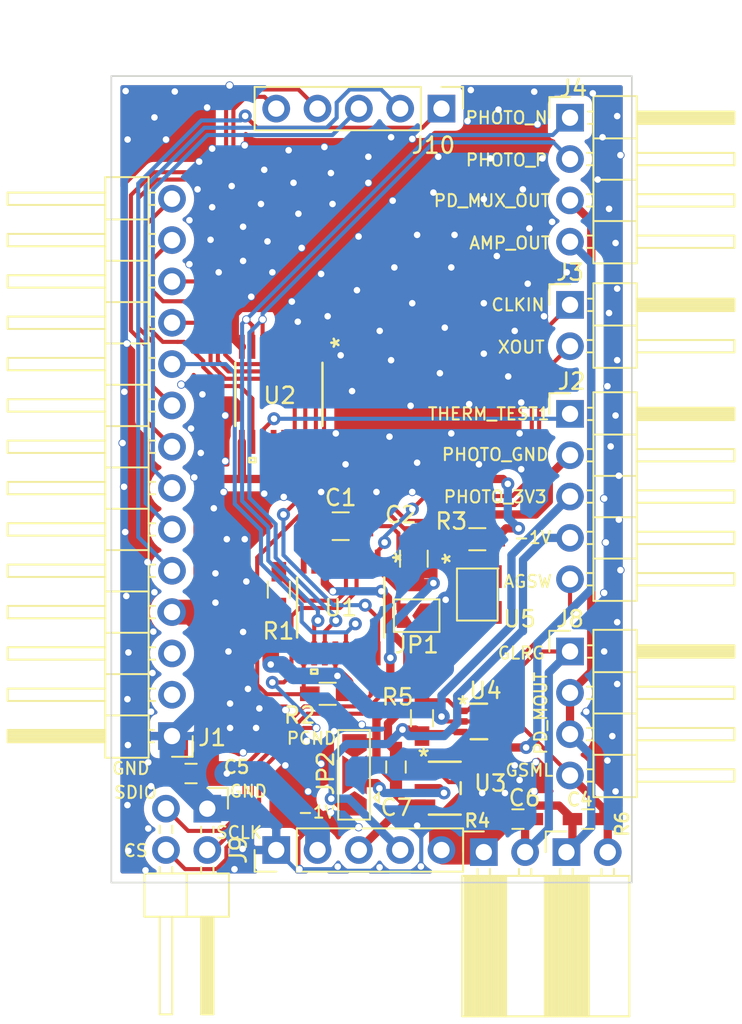
<source format=kicad_pcb>
(kicad_pcb (version 20171130) (host pcbnew "(5.1.6-0-10_14)")
  (layers (0 F.Cu signal) (31 B.Cu signal) (34 B.Paste user) (35 F.Paste user) (36 B.SilkS user) (37 F.SilkS user) (38 B.Mask user) (39 F.Mask user) (44 Edge.Cuts user))
  (net 0 "")
  (net 1 GND)
  (net 2 "Net-(C1-Pad1)")
  (net 3 "Net-(C2-Pad1)")
  (net 4 PD_MUX_OUT)
  (net 5 VCC_LOGIC)
  (net 6 /AMP_OUT)
  (net 7 THERM_WELL)
  (net 8 I2C_SDA)
  (net 9 I2C_SCL)
  (net 10 ADC_DRDY)
  (net 11 PD_REF_PWM)
  (net 12 PD_MUX_GPIO1)
  (net 13 PD_MUX_GPIO2)
  (net 14 PD_MUX_GPIO3)
  (net 15 PD_MUX_GPIO4)
  (net 16 PD_MUX_GPIO5)
  (net 17 THERM_TEST1)
  (net 18 /AMP_GAIN_SW)
  (net 19 DEMOD_SPI_CS)
  (net 20 DEMOD_SPI_SDIO)
  (net 21 DEMOD_SPI_SCLK)
  (net 22 "Net-(R1-Pad1)")
  (net 23 "Net-(R3-Pad1)")
  (net 24 PHOTO_GND)
  (net 25 /GAIN_SMALL)
  (net 26 /GAIN_LARGE)
  (net 27 -1V)
  (net 28 PHOTO_3V3)
  (net 29 XOUT)
  (net 30 CLKIN)
  (net 31 /PHOTO_OUT_P)
  (net 32 /PHOTO_OUT_N)
  (net 33 "Net-(JP1-Pad1)")
  (net 34 "Net-(JP2-Pad2)")
  (module Ninja-qPCR:ADS1219IPWR (layer F.Cu) (at 93.3 82 270)
    (fp_text reference U2 (at 0.07 -0.05 180) (layer F.SilkS))
    (fp_text value ADS1219IPWR hide)
    (fp_text user * (at -3.175 -3.773601 90) (layer F.SilkS))
    (fp_text user * (at -3.175 -3.773601 90) (layer F.SilkS))
    (pad 16 smd rect (at 2.921 -2.274999 270) (size 1.4732 0.3556) (layers F.Cu F.Paste F.Mask) (net 9 I2C_SCL))
    (pad 15 smd rect (at 2.921 -1.624998 270) (size 1.4732 0.3556) (layers F.Cu F.Paste F.Mask) (net 8 I2C_SDA))
    (pad 14 smd rect (at 2.921 -0.974999 270) (size 1.4732 0.3556) (layers F.Cu F.Paste F.Mask) (net 10 ADC_DRDY))
    (pad 13 smd rect (at 2.921 -0.324998 270) (size 1.4732 0.3556) (layers F.Cu F.Paste F.Mask) (net 5 VCC_LOGIC))
    (pad 12 smd rect (at 2.921 0.325001 270) (size 1.4732 0.3556) (layers F.Cu F.Paste F.Mask) (net 5 VCC_LOGIC))
    (pad 11 smd rect (at 2.921 0.974999 270) (size 1.4732 0.3556) (layers F.Cu F.Paste F.Mask) (net 17 THERM_TEST1))
    (pad 10 smd rect (at 2.921 1.625001 270) (size 1.4732 0.3556) (layers F.Cu F.Paste F.Mask) (net 7 THERM_WELL))
    (pad 9 smd rect (at 2.921 2.274999 270) (size 1.4732 0.3556) (layers F.Cu F.Paste F.Mask) (net 5 VCC_LOGIC))
    (pad 8 smd rect (at -2.921 2.274999 270) (size 1.4732 0.3556) (layers F.Cu F.Paste F.Mask) (net 1 GND))
    (pad 7 smd rect (at -2.921 1.624998 270) (size 1.4732 0.3556) (layers F.Cu F.Paste F.Mask) (net 32 /PHOTO_OUT_N))
    (pad 6 smd rect (at -2.921 0.974999 270) (size 1.4732 0.3556) (layers F.Cu F.Paste F.Mask) (net 31 /PHOTO_OUT_P))
    (pad 5 smd rect (at -2.921 0.324998 270) (size 1.4732 0.3556) (layers F.Cu F.Paste F.Mask) (net 1 GND))
    (pad 4 smd rect (at -2.921 -0.325001 270) (size 1.4732 0.3556) (layers F.Cu F.Paste F.Mask) (net 1 GND))
    (pad 3 smd rect (at -2.921 -0.974999 270) (size 1.4732 0.3556) (layers F.Cu F.Paste F.Mask) (net 5 VCC_LOGIC))
    (pad 2 smd rect (at -2.921 -1.625001 270) (size 1.4732 0.3556) (layers F.Cu F.Paste F.Mask) (net 1 GND))
    (pad 1 smd rect (at -2.921 -2.274999 270) (size 1.4732 0.3556) (layers F.Cu F.Paste F.Mask) (net 1 GND))
  )
  (module Capacitors_SMD:C_0805_HandSoldering (layer F.Cu) (at 97.1 90.1)
    (fp_text reference C1 (at 0 -1.75) (layer F.SilkS))
    (fp_text value 1uF)
    (pad 2 smd rect (at 1.25 0) (size 1.5 1.25) (layers F.Cu F.Paste F.Mask) (net 24 PHOTO_GND))
    (pad 1 smd rect (at -1.25 0) (size 1.5 1.25) (layers F.Cu F.Paste F.Mask) (net 2 "Net-(C1-Pad1)"))
  )
  (module Capacitors_SMD:C_0603_HandSoldering (layer F.Cu) (at 112.3 108.1 180)
    (fp_text reference C4 (at 0.5 1.2) (layer F.SilkS) (effects (font (size 0.8 0.8))))
    (fp_text value 22pF)
    (pad 1 smd rect (at -0.95 0 180) (size 1.2 0.75) (layers F.Cu F.Paste F.Mask) (net 25 /GAIN_SMALL))
    (pad 2 smd rect (at 0.95 0 180) (size 1.2 0.75) (layers F.Cu F.Paste F.Mask) (net 4 PD_MUX_OUT))
  )
  (module Capacitors_SMD:C_0603_HandSoldering (layer F.Cu) (at 87.9 105.3 180)
    (fp_text reference C5 (at -2.8 0.4) (layer F.SilkS) (effects (font (size 0.8 0.8))))
    (fp_text value 0.1uF)
    (pad 2 smd rect (at 0.95 0 180) (size 1.2 0.75) (layers F.Cu F.Paste F.Mask) (net 1 GND))
    (pad 1 smd rect (at -0.95 0 180) (size 1.2 0.75) (layers F.Cu F.Paste F.Mask) (net 5 VCC_LOGIC))
  )
  (module Capacitors_SMD:C_0603_HandSoldering (layer F.Cu) (at 108 108.1 180)
    (fp_text reference C6 (at -0.4 1.3) (layer F.SilkS))
    (fp_text value 22pF)
    (pad 1 smd rect (at -0.95 0 180) (size 1.2 0.75) (layers F.Cu F.Paste F.Mask) (net 26 /GAIN_LARGE))
    (pad 2 smd rect (at 0.95 0 180) (size 1.2 0.75) (layers F.Cu F.Paste F.Mask) (net 4 PD_MUX_OUT))
  )
  (module Capacitors_SMD:C_0603_HandSoldering (layer F.Cu) (at 100.5 104.9 90)
    (fp_text reference C7 (at -2.49 0.03 180) (layer F.SilkS))
    (fp_text value 0.1uF)
    (pad 2 smd rect (at 0.95 0 90) (size 1.2 0.75) (layers F.Cu F.Paste F.Mask) (net 6 /AMP_OUT))
    (pad 1 smd rect (at -0.95 0 90) (size 1.2 0.75) (layers F.Cu F.Paste F.Mask) (net 24 PHOTO_GND))
  )
  (module Resistors_SMD:R_0603_HandSoldering (layer F.Cu) (at 93.3 94 270)
    (fp_text reference R1 (at 2.55 0.03 180) (layer F.SilkS))
    (fp_text value 10K)
    (pad 2 smd rect (at 1.1 0 270) (size 1.2 0.9) (layers F.Cu F.Paste F.Mask) (net 28 PHOTO_3V3))
    (pad 1 smd rect (at -1.1 0 270) (size 1.2 0.9) (layers F.Cu F.Paste F.Mask) (net 22 "Net-(R1-Pad1)"))
  )
  (module Resistors_SMD:R_0603_HandSoldering (layer F.Cu) (at 96.3 100.4)
    (fp_text reference R2 (at -1.72 1.32) (layer F.SilkS))
    (fp_text value 10K)
    (pad 1 smd rect (at -1.1 0) (size 1.2 0.9) (layers F.Cu F.Paste F.Mask) (net 3 "Net-(C2-Pad1)"))
    (pad 2 smd rect (at 1.1 0) (size 1.2 0.9) (layers F.Cu F.Paste F.Mask) (net 28 PHOTO_3V3))
  )
  (module Resistors_SMD:R_0603_HandSoldering (layer F.Cu) (at 105.5 90.9)
    (fp_text reference R3 (at -1.6 -1.1) (layer F.SilkS))
    (fp_text value 10K)
    (pad 2 smd rect (at 1.1 0) (size 1.2 0.9) (layers F.Cu F.Paste F.Mask) (net 5 VCC_LOGIC))
    (pad 1 smd rect (at -1.1 0) (size 1.2 0.9) (layers F.Cu F.Paste F.Mask) (net 23 "Net-(R3-Pad1)"))
  )
  (module Ninja-qPCR:ADA2200ARUZ (layer F.Cu) (at 97.1 95.1 270)
    (fp_text reference U1 (at 0.02 0 180) (layer F.SilkS))
    (fp_text value ADA2200ARUZ hide)
    (fp_text user * (at -3.0734 -3.773601 90) (layer F.SilkS))
    (fp_text user * (at -3.0734 -3.773601 90) (layer F.SilkS))
    (pad 16 smd rect (at 2.8194 -2.274999 270) (size 1.4732 0.3556) (layers F.Cu F.Paste F.Mask) (net 29 XOUT))
    (pad 15 smd rect (at 2.8194 -1.624998 270) (size 1.4732 0.3556) (layers F.Cu F.Paste F.Mask) (net 21 DEMOD_SPI_SCLK))
    (pad 14 smd rect (at 2.8194 -0.974999 270) (size 1.4732 0.3556) (layers F.Cu F.Paste F.Mask) (net 20 DEMOD_SPI_SDIO))
    (pad 13 smd rect (at 2.8194 -0.324998 270) (size 1.4732 0.3556) (layers F.Cu F.Paste F.Mask) (net 11 PD_REF_PWM))
    (pad 12 smd rect (at 2.8194 0.325001 270) (size 1.4732 0.3556) (layers F.Cu F.Paste F.Mask) (net 28 PHOTO_3V3))
    (pad 11 smd rect (at 2.8194 0.974999 270) (size 1.4732 0.3556) (layers F.Cu F.Paste F.Mask) (net 31 /PHOTO_OUT_P))
    (pad 10 smd rect (at 2.8194 1.625001 270) (size 1.4732 0.3556) (layers F.Cu F.Paste F.Mask) (net 32 /PHOTO_OUT_N))
    (pad 9 smd rect (at 2.8194 2.274999 270) (size 1.4732 0.3556) (layers F.Cu F.Paste F.Mask) (net 3 "Net-(C2-Pad1)"))
    (pad 8 smd rect (at -2.8194 2.274999 270) (size 1.4732 0.3556) (layers F.Cu F.Paste F.Mask) (net 2 "Net-(C1-Pad1)"))
    (pad 7 smd rect (at -2.8194 1.624998 270) (size 1.4732 0.3556) (layers F.Cu F.Paste F.Mask) (net 24 PHOTO_GND))
    (pad 6 smd rect (at -2.8194 0.974999 270) (size 1.4732 0.3556) (layers F.Cu F.Paste F.Mask) (net 6 /AMP_OUT))
    (pad 5 smd rect (at -2.8194 0.324998 270) (size 1.4732 0.3556) (layers F.Cu F.Paste F.Mask) (net 24 PHOTO_GND))
    (pad 4 smd rect (at -2.8194 -0.325001 270) (size 1.4732 0.3556) (layers F.Cu F.Paste F.Mask) (net 22 "Net-(R1-Pad1)"))
    (pad 3 smd rect (at -2.8194 -0.974999 270) (size 1.4732 0.3556) (layers F.Cu F.Paste F.Mask) (net 19 DEMOD_SPI_CS))
    (pad 2 smd rect (at -2.8194 -1.625001 270) (size 1.4732 0.3556) (layers F.Cu F.Paste F.Mask))
    (pad 1 smd rect (at -2.8194 -2.274999 270) (size 1.4732 0.3556) (layers F.Cu F.Paste F.Mask) (net 30 CLKIN))
  )
  (module Pin_Headers:Pin_Header_Angled_1x14_Pitch2.54mm (layer F.Cu) (at 86.73 103 180)
    (fp_text reference J1 (at -2.47 -0.1) (layer F.SilkS))
    (fp_text value Conn_01x14_Male)
    (pad 14 thru_hole oval (at 0 33.02 180) (size 1.7 1.7) (drill 1) (layers *.Cu *.Mask) (net 7 THERM_WELL))
    (pad 13 thru_hole oval (at 0 30.48 180) (size 1.7 1.7) (drill 1) (layers *.Cu *.Mask) (net 8 I2C_SDA))
    (pad 12 thru_hole oval (at 0 27.94 180) (size 1.7 1.7) (drill 1) (layers *.Cu *.Mask) (net 9 I2C_SCL))
    (pad 11 thru_hole oval (at 0 25.4 180) (size 1.7 1.7) (drill 1) (layers *.Cu *.Mask) (net 10 ADC_DRDY))
    (pad 10 thru_hole oval (at 0 22.86 180) (size 1.7 1.7) (drill 1) (layers *.Cu *.Mask) (net 11 PD_REF_PWM))
    (pad 9 thru_hole oval (at 0 20.32 180) (size 1.7 1.7) (drill 1) (layers *.Cu *.Mask) (net 12 PD_MUX_GPIO1))
    (pad 8 thru_hole oval (at 0 17.78 180) (size 1.7 1.7) (drill 1) (layers *.Cu *.Mask) (net 13 PD_MUX_GPIO2))
    (pad 7 thru_hole oval (at 0 15.24 180) (size 1.7 1.7) (drill 1) (layers *.Cu *.Mask) (net 14 PD_MUX_GPIO3))
    (pad 6 thru_hole oval (at 0 12.7 180) (size 1.7 1.7) (drill 1) (layers *.Cu *.Mask) (net 15 PD_MUX_GPIO4))
    (pad 5 thru_hole oval (at 0 10.16 180) (size 1.7 1.7) (drill 1) (layers *.Cu *.Mask) (net 16 PD_MUX_GPIO5))
    (pad 4 thru_hole oval (at 0 7.62 180) (size 1.7 1.7) (drill 1) (layers *.Cu *.Mask) (net 5 VCC_LOGIC))
    (pad 3 thru_hole oval (at 0 5.08 180) (size 1.7 1.7) (drill 1) (layers *.Cu *.Mask))
    (pad 2 thru_hole oval (at 0 2.54 180) (size 1.7 1.7) (drill 1) (layers *.Cu *.Mask))
    (pad 1 thru_hole rect (at 0 0 180) (size 1.7 1.7) (drill 1) (layers *.Cu *.Mask) (net 1 GND))
  )
  (module Socket_Strips:Socket_Strip_Angled_1x02_Pitch2.54mm (layer F.Cu) (at 110.98 110.13 90)
    (fp_text reference R6 (at 1.73 3.42 90) (layer F.SilkS) (effects (font (size 0.8 0.8))))
    (fp_text value R)
    (pad 1 thru_hole rect (at 0 0 90) (size 1.7 1.7) (drill 1) (layers *.Cu *.Mask) (net 4 PD_MUX_OUT))
    (pad 2 thru_hole oval (at 0 2.54 90) (size 1.7 1.7) (drill 1) (layers *.Cu *.Mask) (net 25 /GAIN_SMALL))
  )
  (module Pin_Headers:Pin_Header_Angled_2x02_Pitch2.54mm (layer F.Cu) (at 88.9 107.46 270)
    (fp_text reference JSPI1 hide)
    (fp_text value Conn_01x04_Male)
    (pad 4 thru_hole oval (at 2.54 2.54 270) (size 1.7 1.7) (drill 1) (layers *.Cu *.Mask) (net 19 DEMOD_SPI_CS))
    (pad 3 thru_hole oval (at 0 2.54 270) (size 1.7 1.7) (drill 1) (layers *.Cu *.Mask) (net 20 DEMOD_SPI_SDIO))
    (pad 2 thru_hole oval (at 2.54 0 270) (size 1.7 1.7) (drill 1) (layers *.Cu *.Mask) (net 21 DEMOD_SPI_SCLK))
    (pad 1 thru_hole rect (at 0 0 270) (size 1.7 1.7) (drill 1) (layers *.Cu *.Mask) (net 1 GND))
  )
  (module Capacitors_SMD:C_0805_HandSoldering (layer F.Cu) (at 101.6 92.1 270)
    (fp_text reference C2 (at -2.7 0.8 180) (layer F.SilkS))
    (fp_text value 10uF)
    (pad 2 smd rect (at 1.25 0 270) (size 1.5 1.25) (layers F.Cu F.Paste F.Mask) (net 24 PHOTO_GND))
    (pad 1 smd rect (at -1.25 0 270) (size 1.5 1.25) (layers F.Cu F.Paste F.Mask) (net 3 "Net-(C2-Pad1)"))
  )
  (module Pin_Headers:Pin_Header_Angled_1x05_Pitch2.54mm (layer F.Cu) (at 111.2 83.2)
    (fp_text reference J2 (at 0.1 -2) (layer F.SilkS))
    (fp_text value Conn_01x05_Male)
    (pad 5 thru_hole oval (at 0 10.16) (size 1.7 1.7) (drill 1) (layers *.Cu *.Mask) (net 18 /AMP_GAIN_SW))
    (pad 4 thru_hole oval (at 0 7.62) (size 1.7 1.7) (drill 1) (layers *.Cu *.Mask) (net 27 -1V))
    (pad 3 thru_hole oval (at 0 5.08) (size 1.7 1.7) (drill 1) (layers *.Cu *.Mask) (net 28 PHOTO_3V3))
    (pad 2 thru_hole oval (at 0 2.54) (size 1.7 1.7) (drill 1) (layers *.Cu *.Mask) (net 24 PHOTO_GND))
    (pad 1 thru_hole rect (at 0 0) (size 1.7 1.7) (drill 1) (layers *.Cu *.Mask) (net 17 THERM_TEST1))
  )
  (module Pin_Headers:Pin_Header_Angled_1x02_Pitch2.54mm (layer F.Cu) (at 111.2 76.5)
    (fp_text reference J3 (at 0 -2) (layer F.SilkS))
    (fp_text value Conn_01x02_Male)
    (pad 2 thru_hole oval (at 0 2.54) (size 1.7 1.7) (drill 1) (layers *.Cu *.Mask) (net 29 XOUT))
    (pad 1 thru_hole rect (at 0 0) (size 1.7 1.7) (drill 1) (layers *.Cu *.Mask) (net 30 CLKIN))
  )
  (module Pin_Headers:Pin_Header_Angled_1x04_Pitch2.54mm (layer F.Cu) (at 111.2 97.8)
    (fp_text reference J8 (at 0 -2) (layer F.SilkS))
    (fp_text value Conn_01x04_Male)
    (pad 4 thru_hole oval (at 0 7.62) (size 1.7 1.7) (drill 1) (layers *.Cu *.Mask) (net 25 /GAIN_SMALL))
    (pad 3 thru_hole oval (at 0 5.08) (size 1.7 1.7) (drill 1) (layers *.Cu *.Mask) (net 4 PD_MUX_OUT))
    (pad 2 thru_hole oval (at 0 2.54) (size 1.7 1.7) (drill 1) (layers *.Cu *.Mask) (net 4 PD_MUX_OUT))
    (pad 1 thru_hole rect (at 0 0) (size 1.7 1.7) (drill 1) (layers *.Cu *.Mask) (net 26 /GAIN_LARGE))
  )
  (module Pin_Headers:Pin_Header_Straight_1x05_Pitch2.54mm (layer F.Cu) (at 93.138 110 90)
    (fp_text reference J9 (at 0 -2.33 90) (layer F.SilkS))
    (fp_text value Conn_01x05_Female)
    (pad 5 thru_hole oval (at 0 10.16 90) (size 1.7 1.7) (drill 1) (layers *.Cu *.Mask) (net 4 PD_MUX_OUT))
    (pad 4 thru_hole oval (at 0 7.62 90) (size 1.7 1.7) (drill 1) (layers *.Cu *.Mask) (net 27 -1V))
    (pad 3 thru_hole oval (at 0 5.08 90) (size 1.7 1.7) (drill 1) (layers *.Cu *.Mask) (net 24 PHOTO_GND))
    (pad 2 thru_hole oval (at 0 2.54 90) (size 1.7 1.7) (drill 1) (layers *.Cu *.Mask) (net 5 VCC_LOGIC))
    (pad 1 thru_hole rect (at 0 0 90) (size 1.7 1.7) (drill 1) (layers *.Cu *.Mask) (net 1 GND))
  )
  (module Pin_Headers:Pin_Header_Straight_1x05_Pitch2.54mm (layer F.Cu) (at 103.298 64.44 270)
    (fp_text reference J10 (at 2.26 0.498 180) (layer F.SilkS))
    (fp_text value Conn_01x05_Female)
    (pad 1 thru_hole rect (at 0 0 270) (size 1.7 1.7) (drill 1) (layers *.Cu *.Mask) (net 16 PD_MUX_GPIO5))
    (pad 2 thru_hole oval (at 0 2.54 270) (size 1.7 1.7) (drill 1) (layers *.Cu *.Mask) (net 15 PD_MUX_GPIO4))
    (pad 3 thru_hole oval (at 0 5.08 270) (size 1.7 1.7) (drill 1) (layers *.Cu *.Mask) (net 14 PD_MUX_GPIO3))
    (pad 4 thru_hole oval (at 0 7.62 270) (size 1.7 1.7) (drill 1) (layers *.Cu *.Mask) (net 13 PD_MUX_GPIO2))
    (pad 5 thru_hole oval (at 0 10.16 270) (size 1.7 1.7) (drill 1) (layers *.Cu *.Mask) (net 12 PD_MUX_GPIO1))
  )
  (module Socket_Strips:Socket_Strip_Angled_1x02_Pitch2.54mm (layer F.Cu) (at 105.9 110.13 90)
    (fp_text reference R4 (at 1.93 -0.4 180) (layer F.SilkS) (effects (font (size 0.8 0.8))))
    (fp_text value R)
    (pad 1 thru_hole rect (at 0 0 90) (size 1.7 1.7) (drill 1) (layers *.Cu *.Mask) (net 4 PD_MUX_OUT))
    (pad 2 thru_hole oval (at 0 2.54 90) (size 1.7 1.7) (drill 1) (layers *.Cu *.Mask) (net 26 /GAIN_LARGE))
  )
  (module Ninja-qPCR:AD8605ARTZ-R2 (layer F.Cu) (at 103.5 106.2)
    (fp_text reference U3 (at 2.8 -0.3) (layer F.SilkS))
    (fp_text value AD8605ARTZ-R2 hide)
    (fp_text user * (at -1.3 -1.9) (layer F.SilkS))
    (fp_text user * (at -1.3 -1.9) (layer F.SilkS))
    (pad 5 smd rect (at 1.2192 -0.950001) (size 1.27 0.508) (layers F.Cu F.Paste F.Mask) (net 28 PHOTO_3V3))
    (pad 4 smd rect (at 1.2192 0.950001) (size 1.27 0.508) (layers F.Cu F.Paste F.Mask) (net 4 PD_MUX_OUT))
    (pad 3 smd rect (at -1.2192 0.950001) (size 1.27 0.508) (layers F.Cu F.Paste F.Mask) (net 24 PHOTO_GND))
    (pad 2 smd rect (at -1.2192 0) (size 1.27 0.508) (layers F.Cu F.Paste F.Mask) (net 34 "Net-(JP2-Pad2)"))
    (pad 1 smd rect (at -1.2192 -0.950001) (size 1.27 0.508) (layers F.Cu F.Paste F.Mask) (net 6 /AMP_OUT))
  )
  (module Ninja-qPCR:TS5A9411DCKR (layer F.Cu) (at 105.6 102.1)
    (fp_text reference U4 (at 0.4 -1.9) (layer F.SilkS))
    (fp_text value TS5A9411DCKR hide)
    (fp_text user * (at -1 -1) (layer F.SilkS))
    (pad 1 smd rect (at -1.124999 -0.650001 90) (size 0.399999 0.850001) (layers F.Cu F.Paste F.Mask) (net 18 /AMP_GAIN_SW))
    (pad 2 smd rect (at -1.124999 0 90) (size 0.399999 0.850001) (layers F.Cu F.Paste F.Mask) (net 28 PHOTO_3V3))
    (pad 3 smd rect (at -1.124999 0.649999 90) (size 0.399999 0.850001) (layers F.Cu F.Paste F.Mask) (net 27 -1V))
    (pad 4 smd rect (at 1.125002 0.649999 90) (size 0.399999 0.850001) (layers F.Cu F.Paste F.Mask) (net 26 /GAIN_LARGE))
    (pad 5 smd rect (at 1.125002 0 90) (size 0.399999 0.850001) (layers F.Cu F.Paste F.Mask) (net 6 /AMP_OUT))
    (pad 6 smd rect (at 1.125002 -0.650001 90) (size 0.399999 0.850001) (layers F.Cu F.Paste F.Mask) (net 25 /GAIN_SMALL))
  )
  (module Ninja-qPCR:COM1305-0.032768-EXT-T-TR (layer F.Cu) (at 105.5 94.3 270)
    (fp_text reference U5 (at 1.5 -2.6 180) (layer F.SilkS))
    (fp_text value COM1305-0.032768-EXT-T-TR)
    (fp_text user * (at -2.2 1.6 90) (layer F.SilkS))
    (pad 1 smd rect (at -1.1 0.8 270) (size 1.4 1.4) (layers F.Cu F.Paste F.Mask) (net 23 "Net-(R3-Pad1)"))
    (pad 2 smd rect (at 1.1 0.8 270) (size 1.4 1.4) (layers F.Cu F.Paste F.Mask) (net 1 GND))
    (pad 3 smd rect (at 1.1 -0.8 270) (size 1.4 1.4) (layers F.Cu F.Paste F.Mask) (net 33 "Net-(JP1-Pad1)"))
    (pad 4 smd rect (at -1.1 -0.8 270) (size 1.4 1.4) (layers F.Cu F.Paste F.Mask) (net 5 VCC_LOGIC))
  )
  (module Jumper:SolderJumper-2_P1.3mm_Open_TrianglePad1.0x1.5mm (layer F.Cu) (at 101.775 95.6 180)
    (fp_text reference JP1 (at 0 -1.8) (layer F.SilkS))
    (fp_text value Jumper)
    (pad 2 smd custom (at 0.725 0 180) (size 0.3 0.3) (layers F.Cu F.Mask) (net 30 CLKIN) (options (clearance outline) (anchor rect)) (primitives (gr_poly (pts (xy -0.65 -0.75) (xy 0.5 -0.75) (xy 0.5 0.75) (xy -0.65 0.75) (xy -0.15 0)) (width 0))))
    (pad 1 smd custom (at -0.725 0 180) (size 0.3 0.3) (layers F.Cu F.Mask) (net 33 "Net-(JP1-Pad1)") (options (clearance outline) (anchor rect)) (primitives (gr_poly (pts (xy -0.5 -0.75) (xy 0.5 -0.75) (xy 1 0) (xy 0.5 0.75) (xy -0.5 0.75)) (width 0))))
  )
  (module Resistors_SMD:R_0603_HandSoldering (layer F.Cu) (at 102.1 101.9 270)
    (fp_text reference R5 (at -1.3 1.5 180) (layer F.SilkS))
    (fp_text value 10K)
    (pad 2 smd rect (at 1.1 0 270) (size 1.2 0.9) (layers F.Cu F.Paste F.Mask) (net 27 -1V))
    (pad 1 smd rect (at -1.1 0 270) (size 1.2 0.9) (layers F.Cu F.Paste F.Mask) (net 18 /AMP_GAIN_SW))
  )
  (module Pin_Headers:Pin_Header_Angled_1x04_Pitch2.54mm (layer F.Cu) (at 111.2 65)
    (fp_text reference J4 (at 0.2 -1.8) (layer F.SilkS))
    (fp_text value Conn_01x04_Male)
    (pad 4 thru_hole oval (at 0 7.62) (size 1.7 1.7) (drill 1) (layers *.Cu *.Mask) (net 6 /AMP_OUT))
    (pad 3 thru_hole oval (at 0 5.08) (size 1.7 1.7) (drill 1) (layers *.Cu *.Mask) (net 4 PD_MUX_OUT))
    (pad 2 thru_hole oval (at 0 2.54) (size 1.7 1.7) (drill 1) (layers *.Cu *.Mask) (net 31 /PHOTO_OUT_P))
    (pad 1 thru_hole rect (at 0 0) (size 1.7 1.7) (drill 1) (layers *.Cu *.Mask) (net 32 /PHOTO_OUT_N))
  )
  (module Jumper:SolderJumper-3_P2.0mm_Open_TrianglePad1.0x1.5mm (layer F.Cu) (at 97.95 105.38 90)
    (fp_text reference JP2 (at 0.09 -1.775 90) (layer F.SilkS))
    (fp_text value SolderJumper_3_Open)
    (pad 1 smd custom (at -2 0 90) (size 0.3 0.3) (layers F.Cu F.Mask) (net 27 -1V) (options (clearance outline) (anchor rect)) (primitives (gr_poly (pts (xy -0.5 -0.75) (xy 0.5 -0.75) (xy 1 0) (xy 0.5 0.75) (xy -0.5 0.75)) (width 0))))
    (pad 2 smd custom (at 0 0 90) (size 0.3 0.3) (layers F.Cu) (net 34 "Net-(JP2-Pad2)") (options (clearance outline) (anchor rect)) (primitives (gr_poly (pts (xy -1.2 -0.75) (xy 1.2 -0.75) (xy 0.7 0) (xy 1.2 0.75) (xy -1.2 0.75) (xy -0.7 0)) (width 0))))
    (pad 3 smd custom (at 2 0 270) (size 0.3 0.3) (layers F.Cu F.Mask) (net 24 PHOTO_GND) (options (clearance outline) (anchor rect)) (primitives (gr_poly (pts (xy -0.5 -0.75) (xy 0.5 -0.75) (xy 1 0) (xy 0.5 0.75) (xy -0.5 0.75)) (width 0))))
  )
  (gr_text PGND (at 95.31 103.14) (layer F.SilkS) (effects (font (size 0.75 0.75) (thickness 0.125))))
  (gr_text -1V (at 95.61 107.67) (layer F.SilkS) (effects (font (size 0.75 0.75) (thickness 0.125))))
  (gr_text GSML (at 108.7 105.1) (layer F.SilkS) (effects (font (size 0.75 0.75) (thickness 0.125))))
  (gr_text PD_MOUT (at 109.4 101.6 90) (layer F.SilkS) (effects (font (size 0.75 0.75) (thickness 0.125))))
  (gr_text GLRG (at 108.2 97.9) (layer F.SilkS) (effects (font (size 0.75 0.75) (thickness 0.125))))
  (gr_text AGSW (at 108.6 93.5) (layer F.SilkS) (effects (font (size 0.75 0.75) (thickness 0.125))))
  (gr_text -1V (at 108.9 90.8) (layer F.SilkS) (effects (font (size 0.75 0.75) (thickness 0.125))))
  (gr_text PHOTO_3V3 (at 106.6 88.3) (layer F.SilkS) (effects (font (size 0.75 0.75) (thickness 0.125))))
  (gr_text PHOTO_GND (at 106.6 85.7) (layer F.SilkS) (effects (font (size 0.75 0.75) (thickness 0.125))))
  (gr_text THERM_TEST1 (at 106.2 83.2) (layer F.SilkS) (effects (font (size 0.75 0.75) (thickness 0.125))))
  (gr_text XOUT (at 108.2 79.1) (layer F.SilkS) (effects (font (size 0.75 0.75) (thickness 0.125))))
  (gr_text CLKIN (at 108 76.5) (layer F.SilkS) (effects (font (size 0.75 0.75) (thickness 0.125))))
  (gr_text AMP_OUT (at 107.5 72.7) (layer F.SilkS) (effects (font (size 0.75 0.75) (thickness 0.125))))
  (gr_text PD_MUX_OUT (at 106.4 70.1) (layer F.SilkS) (effects (font (size 0.75 0.75) (thickness 0.125))))
  (gr_text PHOTO_P (at 107.3 67.6) (layer F.SilkS) (effects (font (size 0.75 0.75) (thickness 0.125))))
  (gr_text PHOTO_N (at 107.3 65) (layer F.SilkS) (effects (font (size 0.75 0.75) (thickness 0.125))))
  (gr_text GND (at 84.2 104.99) (layer F.SilkS) (effects (font (size 0.75 0.75) (thickness 0.125))))
  (gr_text SCLK (at 90.85 108.93) (layer F.SilkS) (effects (font (size 0.75 0.75) (thickness 0.125))))
  (gr_text CS (at 84.49 110.04) (layer F.SilkS) (effects (font (size 0.75 0.75) (thickness 0.125))))
  (gr_text SD IO (at 84.48 106.46) (layer F.SilkS) (effects (font (size 0.75 0.75) (thickness 0.125))))
  (gr_text GND (at 91.42 106.39) (layer F.SilkS) (effects (font (size 0.75 0.75) (thickness 0.125))))
  (gr_line (start 83 112) (end 83 62.44) (layer Edge.Cuts) (width 0.1))
  (gr_line (start 115 112) (end 83 112) (layer Edge.Cuts) (width 0.1))
  (gr_line (start 115 62.44) (end 115 112) (layer Edge.Cuts) (width 0.1))
  (gr_line (start 83 62.44) (end 115 62.44) (layer Edge.Cuts) (width 0.1))
  (segment (start 90.598 107.46) (end 88.9 107.46) (width 1.524) (layer B.Cu) (net 1))
  (segment (start 86.95 103.22) (end 86.73 103) (width 1.524) (layer F.Cu) (net 1))
  (segment (start 86.95 105.3) (end 86.95 103.22) (width 1.524) (layer F.Cu) (net 1))
  (segment (start 86.73 105.148238) (end 86.73 103) (width 1.524) (layer B.Cu) (net 1))
  (segment (start 88.9 107.318238) (end 86.73 105.148238) (width 1.524) (layer B.Cu) (net 1))
  (segment (start 88.9 107.46) (end 88.9 107.318238) (width 1.524) (layer B.Cu) (net 1))
  (via (at 90.27 63.02) (size 0.508) (drill 0.4) (layers F.Cu B.Cu) (net 1))
  (via (at 88.89 64.37) (size 0.508) (drill 0.4) (layers F.Cu B.Cu) (net 1))
  (via (at 83.88 63.36) (size 0.508) (drill 0.4) (layers F.Cu B.Cu) (net 1))
  (via (at 86.9 63.39) (size 0.508) (drill 0.4) (layers F.Cu B.Cu) (net 1))
  (via (at 84 66.34) (size 0.508) (drill 0.4) (layers F.Cu B.Cu) (net 1))
  (via (at 86.36 66.34) (size 0.508) (drill 0.4) (layers F.Cu B.Cu) (net 1))
  (via (at 85.65 64.98) (size 0.508) (drill 0.4) (layers F.Cu B.Cu) (net 1))
  (via (at 83.95 78.88) (size 0.508) (drill 0.4) (layers F.Cu B.Cu) (net 1))
  (via (at 85.22 92.31) (size 0.508) (drill 0.4) (layers F.Cu B.Cu) (net 1))
  (via (at 83.85 90.46) (size 0.508) (drill 0.4) (layers F.Cu B.Cu) (net 1))
  (via (at 83.69 84.99) (size 0.508) (drill 0.4) (layers F.Cu B.Cu) (net 1))
  (via (at 83.8 81.84) (size 0.508) (drill 0.4) (layers F.Cu B.Cu) (net 1))
  (via (at 83.78 87.68) (size 0.508) (drill 0.4) (layers F.Cu B.Cu) (net 1))
  (via (at 83.92 94.39) (size 0.508) (drill 0.4) (layers F.Cu B.Cu) (net 1))
  (via (at 85.65 94.16) (size 0.508) (drill 0.4) (layers F.Cu B.Cu) (net 1))
  (via (at 85.58 96.58) (size 0.508) (drill 0.4) (layers F.Cu B.Cu) (net 1))
  (via (at 85.53 99.12) (size 0.508) (drill 0.4) (layers F.Cu B.Cu) (net 1))
  (via (at 85.44 101.5) (size 0.508) (drill 0.4) (layers F.Cu B.Cu) (net 1))
  (via (at 85.27 104.61) (size 0.508) (drill 0.4) (layers F.Cu B.Cu) (net 1))
  (via (at 85.44 106.08) (size 0.508) (drill 0.4) (layers F.Cu B.Cu) (net 1))
  (via (at 85.27 108.68) (size 0.508) (drill 0.4) (layers F.Cu B.Cu) (net 1))
  (via (at 85.1 111.25) (size 0.508) (drill 0.4) (layers F.Cu B.Cu) (net 1))
  (via (at 84.05 110.05) (size 0.508) (drill 0.4) (layers F.Cu B.Cu) (net 1))
  (via (at 83.99 107.24) (size 0.508) (drill 0.4) (layers F.Cu B.Cu) (net 1))
  (via (at 84.02 103.55) (size 0.508) (drill 0.4) (layers F.Cu B.Cu) (net 1))
  (via (at 83.99 100.73) (size 0.508) (drill 0.4) (layers F.Cu B.Cu) (net 1))
  (via (at 84.05 97.86) (size 0.508) (drill 0.4) (layers F.Cu B.Cu) (net 1))
  (via (at 90.57 111.18) (size 0.508) (drill 0.4) (layers F.Cu B.Cu) (net 1))
  (via (at 91.07 109.93) (size 0.508) (drill 0.4) (layers F.Cu B.Cu) (net 1))
  (via (at 94.56 111.18) (size 0.508) (drill 0.4) (layers F.Cu B.Cu) (net 1))
  (via (at 96.92 111.02) (size 0.508) (drill 0.4) (layers F.Cu B.Cu) (net 1))
  (via (at 99.49 111.06) (size 0.508) (drill 0.4) (layers F.Cu B.Cu) (net 1))
  (via (at 102.03 111.01) (size 0.508) (drill 0.4) (layers F.Cu B.Cu) (net 1))
  (segment (start 90.24 63.02) (end 88.89 64.37) (width 0.25) (layer B.Cu) (net 1))
  (segment (start 90.27 63.02) (end 90.24 63.02) (width 0.25) (layer B.Cu) (net 1))
  (segment (start 101.726001 111.313999) (end 102.03 111.01) (width 0.25) (layer B.Cu) (net 1))
  (segment (start 99.743999 111.313999) (end 101.726001 111.313999) (width 0.25) (layer B.Cu) (net 1))
  (segment (start 99.49 111.06) (end 99.743999 111.313999) (width 0.25) (layer B.Cu) (net 1))
  (segment (start 96.76 111.18) (end 94.56 111.18) (width 0.25) (layer B.Cu) (net 1))
  (segment (start 96.92 111.02) (end 96.76 111.18) (width 0.25) (layer B.Cu) (net 1))
  (segment (start 84.04 66.38) (end 84 66.34) (width 0.25) (layer B.Cu) (net 1))
  (segment (start 94.318 111.18) (end 93.138 110) (width 0.25) (layer B.Cu) (net 1))
  (segment (start 94.56 111.18) (end 94.318 111.18) (width 0.25) (layer B.Cu) (net 1))
  (segment (start 93.6196 76.691999) (end 94.2138 77.2862) (width 0.508) (layer F.Cu) (net 1))
  (via (at 94.4638 77.5362) (size 0.508) (drill 0.4) (layers F.Cu B.Cu) (net 1))
  (segment (start 94.2138 77.2862) (end 94.4638 77.5362) (width 0.508) (layer F.Cu) (net 1))
  (segment (start 93.625001 79.079) (end 93.625001 77.8344) (width 0.508) (layer F.Cu) (net 1))
  (segment (start 94.4638 77.5362) (end 94.925001 77.9974) (width 0.508) (layer F.Cu) (net 1))
  (segment (start 93.625001 77.8344) (end 93.923201 77.5362) (width 0.508) (layer F.Cu) (net 1))
  (segment (start 93.923201 77.5362) (end 94.4638 77.5362) (width 0.508) (layer F.Cu) (net 1))
  (segment (start 91.025001 79.079) (end 91.025001 79.074999) (width 0.508) (layer F.Cu) (net 1))
  (segment (start 91.025001 79.074999) (end 90.591999 78.641997) (width 0.508) (layer F.Cu) (net 1))
  (segment (start 90.591999 78.641997) (end 90.591999 77.060159) (width 0.508) (layer F.Cu) (net 1))
  (segment (start 90.960159 76.691999) (end 93.6196 76.691999) (width 0.508) (layer F.Cu) (net 1))
  (segment (start 90.591999 77.060159) (end 90.960159 76.691999) (width 0.508) (layer F.Cu) (net 1))
  (segment (start 94.925001 77.9974) (end 94.925001 79.079) (width 0.508) (layer F.Cu) (net 1))
  (segment (start 94.925001 79.079) (end 95.574999 79.079) (width 0.508) (layer F.Cu) (net 1))
  (segment (start 92.975002 79.079) (end 93.625001 79.079) (width 0.508) (layer F.Cu) (net 1))
  (via (at 103.55555 94.62336) (size 0.8) (drill 0.4) (layers F.Cu B.Cu) (net 1))
  (segment (start 104.2 95.4) (end 103.5 94.7) (width 0.508) (layer F.Cu) (net 1))
  (segment (start 104.7 95.4) (end 104.2 95.4) (width 0.508) (layer F.Cu) (net 1))
  (segment (start 103.55555 94.62336) (end 103.55555 98.883964) (width 1.016) (layer B.Cu) (net 1))
  (segment (start 103.55555 98.883964) (end 102.255523 100.183991) (width 1.016) (layer B.Cu) (net 1))
  (segment (start 99.503688 100.183991) (end 97.403687 98.08399) (width 1.016) (layer B.Cu) (net 1))
  (segment (start 102.255523 100.183991) (end 99.503688 100.183991) (width 1.016) (layer B.Cu) (net 1))
  (segment (start 93.995686 97.375989) (end 92.296313 97.375989) (width 1.016) (layer B.Cu) (net 1))
  (segment (start 86.73 102.942302) (end 86.73 103) (width 1.016) (layer B.Cu) (net 1))
  (segment (start 94.703687 98.08399) (end 93.995686 97.375989) (width 1.016) (layer B.Cu) (net 1))
  (segment (start 92.296313 97.375989) (end 86.73 102.942302) (width 1.016) (layer B.Cu) (net 1))
  (segment (start 97.403687 98.08399) (end 94.703687 98.08399) (width 1.016) (layer B.Cu) (net 1))
  (segment (start 97.173999 111.273999) (end 99.276001 111.273999) (width 0.25) (layer B.Cu) (net 1))
  (segment (start 99.276001 111.273999) (end 99.49 111.06) (width 0.25) (layer B.Cu) (net 1))
  (segment (start 96.92 111.02) (end 97.173999 111.273999) (width 0.25) (layer B.Cu) (net 1))
  (via (at 88.4 67.7) (size 0.508) (drill 0.4) (layers F.Cu B.Cu) (net 1))
  (via (at 89.2 66.9) (size 0.508) (drill 0.4) (layers F.Cu B.Cu) (net 1))
  (via (at 87.8 74) (size 0.508) (drill 0.4) (layers F.Cu B.Cu) (net 1))
  (via (at 87.8 71.3) (size 0.508) (drill 0.4) (layers F.Cu B.Cu) (net 1))
  (via (at 88.3 69.4) (size 0.508) (drill 0.4) (layers F.Cu B.Cu) (net 1))
  (via (at 91.2 66.7) (size 0.508) (drill 0.4) (layers F.Cu B.Cu) (net 1))
  (via (at 90.4 69.2) (size 0.508) (drill 0.4) (layers F.Cu B.Cu) (net 1))
  (via (at 89.2 70.5) (size 0.508) (drill 0.4) (layers F.Cu B.Cu) (net 1))
  (via (at 89.1 72.5) (size 0.508) (drill 0.4) (layers F.Cu B.Cu) (net 1))
  (via (at 89.6 74.5) (size 0.508) (drill 0.4) (layers F.Cu B.Cu) (net 1))
  (via (at 91.6 76) (size 0.508) (drill 0.4) (layers F.Cu B.Cu) (net 1))
  (via (at 91.1 73.8) (size 0.508) (drill 0.4) (layers F.Cu B.Cu) (net 1))
  (via (at 91.1 71.7) (size 0.508) (drill 0.4) (layers F.Cu B.Cu) (net 1))
  (via (at 92.4 68.2) (size 0.508) (drill 0.4) (layers F.Cu B.Cu) (net 1))
  (via (at 92.2 70.3) (size 0.508) (drill 0.4) (layers F.Cu B.Cu) (net 1))
  (via (at 92.6 72.6) (size 0.508) (drill 0.4) (layers F.Cu B.Cu) (net 1))
  (via (at 92.9 74.5) (size 0.508) (drill 0.4) (layers F.Cu B.Cu) (net 1))
  (via (at 94.7 73) (size 0.508) (drill 0.4) (layers F.Cu B.Cu) (net 1))
  (via (at 94.5 70.9) (size 0.508) (drill 0.4) (layers F.Cu B.Cu) (net 1))
  (via (at 94.2 69) (size 0.508) (drill 0.4) (layers F.Cu B.Cu) (net 1))
  (via (at 93.9 67) (size 0.508) (drill 0.4) (layers F.Cu B.Cu) (net 1))
  (via (at 96.1 66.8) (size 0.508) (drill 0.4) (layers F.Cu B.Cu) (net 1))
  (via (at 96.5 68.4) (size 0.508) (drill 0.4) (layers F.Cu B.Cu) (net 1))
  (via (at 96.6 70.3) (size 0.508) (drill 0.4) (layers F.Cu B.Cu) (net 1))
  (via (at 98.8 69) (size 0.508) (drill 0.4) (layers F.Cu B.Cu) (net 1))
  (via (at 98.8 67.4) (size 0.508) (drill 0.4) (layers F.Cu B.Cu) (net 1))
  (via (at 100.2 66.2) (size 0.508) (drill 0.4) (layers F.Cu B.Cu) (net 1))
  (via (at 101.5 66.3) (size 0.508) (drill 0.4) (layers F.Cu B.Cu) (net 1))
  (via (at 104.9 65.2) (size 0.508) (drill 0.4) (layers F.Cu B.Cu) (net 1))
  (via (at 105.1 63.3) (size 0.508) (drill 0.4) (layers F.Cu B.Cu) (net 1))
  (via (at 106.8 64.5) (size 0.508) (drill 0.4) (layers F.Cu B.Cu) (net 1))
  (via (at 109 63.4) (size 0.508) (drill 0.4) (layers F.Cu B.Cu) (net 1))
  (via (at 109.2 65.4) (size 0.508) (drill 0.4) (layers F.Cu B.Cu) (net 1))
  (via (at 112.6 63.5) (size 0.508) (drill 0.4) (layers F.Cu B.Cu) (net 1))
  (via (at 113.2 66.2) (size 0.508) (drill 0.4) (layers F.Cu B.Cu) (net 1))
  (via (at 112.9 68.8) (size 0.508) (drill 0.4) (layers F.Cu B.Cu) (net 1))
  (via (at 113.6 70.6) (size 0.508) (drill 0.4) (layers F.Cu B.Cu) (net 1))
  (via (at 114.3 67.3) (size 0.508) (drill 0.4) (layers F.Cu B.Cu) (net 1))
  (via (at 114.1 64.9) (size 0.508) (drill 0.4) (layers F.Cu B.Cu) (net 1))
  (via (at 114 72.7) (size 0.508) (drill 0.4) (layers F.Cu B.Cu) (net 1))
  (via (at 114.1 75.5) (size 0.508) (drill 0.4) (layers F.Cu B.Cu) (net 1))
  (via (at 113.6 77) (size 0.508) (drill 0.4) (layers F.Cu B.Cu) (net 1))
  (via (at 114.1 79.9) (size 0.508) (drill 0.4) (layers F.Cu B.Cu) (net 1))
  (via (at 113.5 81.5) (size 0.508) (drill 0.4) (layers F.Cu B.Cu) (net 1))
  (via (at 114 83.3) (size 0.508) (drill 0.4) (layers F.Cu B.Cu) (net 1))
  (via (at 113.7 85.2) (size 0.508) (drill 0.4) (layers F.Cu B.Cu) (net 1))
  (via (at 114.2 87) (size 0.508) (drill 0.4) (layers F.Cu B.Cu) (net 1))
  (via (at 113.3 88.4) (size 0.508) (drill 0.4) (layers F.Cu B.Cu) (net 1))
  (via (at 114.2 89.7) (size 0.508) (drill 0.4) (layers F.Cu B.Cu) (net 1))
  (via (at 113.4 91.1) (size 0.508) (drill 0.4) (layers F.Cu B.Cu) (net 1))
  (via (at 114.3 92.8) (size 0.508) (drill 0.4) (layers F.Cu B.Cu) (net 1))
  (via (at 113.3 94.2) (size 0.508) (drill 0.4) (layers F.Cu B.Cu) (net 1))
  (via (at 114.1 96) (size 0.508) (drill 0.4) (layers F.Cu B.Cu) (net 1))
  (via (at 113.3 97.8) (size 0.508) (drill 0.4) (layers F.Cu B.Cu) (net 1))
  (via (at 114.1 99.8) (size 0.508) (drill 0.4) (layers F.Cu B.Cu) (net 1))
  (via (at 112.2 101.5) (size 0.508) (drill 0.4) (layers F.Cu B.Cu) (net 1))
  (via (at 113.8 103) (size 0.508) (drill 0.4) (layers F.Cu B.Cu) (net 1))
  (via (at 113.5 104.5) (size 0.508) (drill 0.4) (layers F.Cu B.Cu) (net 1))
  (via (at 114 106.4) (size 0.508) (drill 0.4) (layers F.Cu B.Cu) (net 1))
  (via (at 109 106.4) (size 0.508) (drill 0.4) (layers F.Cu B.Cu) (net 1))
  (via (at 107.2 106.5) (size 0.508) (drill 0.4) (layers F.Cu B.Cu) (net 1))
  (via (at 105.8 106.5) (size 0.508) (drill 0.4) (layers F.Cu B.Cu) (net 1))
  (via (at 107.8 104.8) (size 0.508) (drill 0.4) (layers F.Cu B.Cu) (net 1))
  (via (at 108.1 105.7) (size 0.508) (drill 0.4) (layers F.Cu B.Cu) (net 1))
  (via (at 109.1 104.6) (size 0.508) (drill 0.4) (layers F.Cu B.Cu) (net 1))
  (via (at 101.8 108.5) (size 0.508) (drill 0.4) (layers F.Cu B.Cu) (net 1))
  (via (at 98.2 108.6) (size 0.508) (drill 0.4) (layers F.Cu B.Cu) (net 1))
  (via (at 96.5 107.7) (size 0.508) (drill 0.4) (layers F.Cu B.Cu) (net 1))
  (via (at 95.1 106.4) (size 0.508) (drill 0.4) (layers F.Cu B.Cu) (net 1))
  (via (at 93.7 104.8) (size 0.508) (drill 0.4) (layers F.Cu B.Cu) (net 1))
  (via (at 95 103.3) (size 0.508) (drill 0.4) (layers F.Cu B.Cu) (net 1))
  (via (at 95.9 104.7) (size 0.508) (drill 0.4) (layers F.Cu B.Cu) (net 1))
  (via (at 96.7 102.7) (size 0.508) (drill 0.4) (layers F.Cu B.Cu) (net 1))
  (via (at 98.4 102.3) (size 0.508) (drill 0.4) (layers F.Cu B.Cu) (net 1))
  (via (at 91.1 104) (size 0.508) (drill 0.4) (layers F.Cu B.Cu) (net 1))
  (via (at 90.3 102.5) (size 0.508) (drill 0.4) (layers F.Cu B.Cu) (net 1))
  (via (at 90.3 101) (size 0.508) (drill 0.4) (layers F.Cu B.Cu) (net 1))
  (via (at 91.4 100.1) (size 0.508) (drill 0.4) (layers F.Cu B.Cu) (net 1))
  (via (at 92.1 101.3) (size 0.508) (drill 0.4) (layers F.Cu B.Cu) (net 1))
  (via (at 93.7 101.4) (size 0.508) (drill 0.4) (layers F.Cu B.Cu) (net 1))
  (via (at 91.9 102.5) (size 0.508) (drill 0.4) (layers F.Cu B.Cu) (net 1))
  (via (at 90.2 97.8) (size 0.508) (drill 0.4) (layers F.Cu B.Cu) (net 1))
  (via (at 91.1 96.6) (size 0.508) (drill 0.4) (layers F.Cu B.Cu) (net 1))
  (via (at 89.4 94.8) (size 0.508) (drill 0.4) (layers F.Cu B.Cu) (net 1))
  (via (at 91.3 93.5) (size 0.508) (drill 0.4) (layers F.Cu B.Cu) (net 1))
  (via (at 89.4 93) (size 0.508) (drill 0.4) (layers F.Cu B.Cu) (net 1))
  (via (at 91.2 90.9) (size 0.508) (drill 0.4) (layers F.Cu B.Cu) (net 1))
  (via (at 89.3 89) (size 0.508) (drill 0.4) (layers F.Cu B.Cu) (net 1))
  (via (at 89.9 88) (size 0.508) (drill 0.4) (layers F.Cu B.Cu) (net 1))
  (via (at 90.1 90.9) (size 0.508) (drill 0.4) (layers F.Cu B.Cu) (net 1))
  (via (at 92.4 88.1) (size 0.508) (drill 0.4) (layers F.Cu B.Cu) (net 1))
  (via (at 93.6 88.3) (size 0.508) (drill 0.4) (layers F.Cu B.Cu) (net 1))
  (via (at 95.9 88) (size 0.508) (drill 0.4) (layers F.Cu B.Cu) (net 1))
  (via (at 99.3 88) (size 0.508) (drill 0.4) (layers F.Cu B.Cu) (net 1))
  (via (at 101.5 88) (size 0.508) (drill 0.4) (layers F.Cu B.Cu) (net 1))
  (via (at 88.1 87.1) (size 0.508) (drill 0.4) (layers F.Cu B.Cu) (net 1))
  (via (at 90 86.1) (size 0.508) (drill 0.4) (layers F.Cu B.Cu) (net 1))
  (via (at 87.9 84.1) (size 0.508) (drill 0.4) (layers F.Cu B.Cu) (net 1))
  (via (at 90 83.3) (size 0.508) (drill 0.4) (layers F.Cu B.Cu) (net 1))
  (via (at 88.5 85.6) (size 0.508) (drill 0.4) (layers F.Cu B.Cu) (net 1))
  (via (at 87.3 81.4) (size 0.508) (drill 0.4) (layers F.Cu B.Cu) (net 1))
  (via (at 88.6 82) (size 0.508) (drill 0.4) (layers F.Cu B.Cu) (net 1))
  (via (at 94.1 76.3) (size 0.508) (drill 0.4) (layers F.Cu B.Cu) (net 1))
  (via (at 95.9 74.6) (size 0.508) (drill 0.4) (layers F.Cu B.Cu) (net 1))
  (via (at 98.2 72.3) (size 0.508) (drill 0.4) (layers F.Cu B.Cu) (net 1))
  (via (at 100.3 70.1) (size 0.508) (drill 0.4) (layers F.Cu B.Cu) (net 1))
  (via (at 103.1 67.4) (size 0.508) (drill 0.4) (layers F.Cu B.Cu) (net 1))
  (via (at 109.5 67.5) (size 0.508) (drill 0.4) (layers F.Cu B.Cu) (net 1))
  (via (at 106.3 67.5) (size 0.508) (drill 0.4) (layers F.Cu B.Cu) (net 1))
  (via (at 102.8 69.6) (size 0.508) (drill 0.4) (layers F.Cu B.Cu) (net 1))
  (via (at 104.1 72.2) (size 0.508) (drill 0.4) (layers F.Cu B.Cu) (net 1))
  (via (at 100.4 74.2) (size 0.508) (drill 0.4) (layers F.Cu B.Cu) (net 1))
  (via (at 101.8 72.2) (size 0.508) (drill 0.4) (layers F.Cu B.Cu) (net 1))
  (via (at 98.1 75.6) (size 0.508) (drill 0.4) (layers F.Cu B.Cu) (net 1))
  (via (at 96.3 77.2) (size 0.508) (drill 0.4) (layers F.Cu B.Cu) (net 1))
  (via (at 99.5 78.1) (size 0.508) (drill 0.4) (layers F.Cu B.Cu) (net 1))
  (via (at 97.1 79.6) (size 0.508) (drill 0.4) (layers F.Cu B.Cu) (net 1))
  (via (at 103.9 74.2) (size 0.508) (drill 0.4) (layers F.Cu B.Cu) (net 1))
  (via (at 101.5 76.4) (size 0.508) (drill 0.4) (layers F.Cu B.Cu) (net 1))
  (via (at 105.9 70) (size 0.508) (drill 0.4) (layers F.Cu B.Cu) (net 1))
  (via (at 108.3 69.4) (size 0.508) (drill 0.4) (layers F.Cu B.Cu) (net 1))
  (via (at 108.7 71.8) (size 0.508) (drill 0.4) (layers F.Cu B.Cu) (net 1))
  (via (at 106.7 73.5) (size 0.508) (drill 0.4) (layers F.Cu B.Cu) (net 1))
  (via (at 110.1 71.4) (size 0.508) (drill 0.4) (layers F.Cu B.Cu) (net 1))
  (via (at 111 74.5) (size 0.508) (drill 0.4) (layers F.Cu B.Cu) (net 1))
  (via (at 109.6 77.2) (size 0.508) (drill 0.4) (layers F.Cu B.Cu) (net 1))
  (via (at 108.6 75.2) (size 0.508) (drill 0.4) (layers F.Cu B.Cu) (net 1))
  (via (at 105.9 76.4) (size 0.508) (drill 0.4) (layers F.Cu B.Cu) (net 1))
  (via (at 103.5 77.9) (size 0.508) (drill 0.4) (layers F.Cu B.Cu) (net 1))
  (via (at 100.2 79.9) (size 0.508) (drill 0.4) (layers F.Cu B.Cu) (net 1))
  (via (at 97.8 81.8) (size 0.508) (drill 0.4) (layers F.Cu B.Cu) (net 1))
  (via (at 96.8 84.4) (size 0.508) (drill 0.4) (layers F.Cu B.Cu) (net 1))
  (via (at 97.4 86.3) (size 0.508) (drill 0.4) (layers F.Cu B.Cu) (net 1))
  (via (at 100.1 84.6) (size 0.508) (drill 0.4) (layers F.Cu B.Cu) (net 1))
  (via (at 101.8 86.2) (size 0.508) (drill 0.4) (layers F.Cu B.Cu) (net 1))
  (via (at 103.9 84.4) (size 0.508) (drill 0.4) (layers F.Cu B.Cu) (net 1))
  (via (at 105.6 86.3) (size 0.508) (drill 0.4) (layers F.Cu B.Cu) (net 1))
  (via (at 108.1 84.4) (size 0.508) (drill 0.4) (layers F.Cu B.Cu) (net 1))
  (via (at 108.2 86.6) (size 0.508) (drill 0.4) (layers F.Cu B.Cu) (net 1))
  (via (at 108.2 82.5) (size 0.508) (drill 0.4) (layers F.Cu B.Cu) (net 1))
  (via (at 105 82.6) (size 0.508) (drill 0.4) (layers F.Cu B.Cu) (net 1))
  (via (at 101.4 82.7) (size 0.508) (drill 0.4) (layers F.Cu B.Cu) (net 1))
  (via (at 103.2 80.7) (size 0.508) (drill 0.4) (layers F.Cu B.Cu) (net 1))
  (via (at 105.9 79.5) (size 0.508) (drill 0.4) (layers F.Cu B.Cu) (net 1))
  (via (at 107.8 78.1) (size 0.508) (drill 0.4) (layers F.Cu B.Cu) (net 1))
  (via (at 107.4 80.9) (size 0.508) (drill 0.4) (layers F.Cu B.Cu) (net 1))
  (segment (start 97.3 107.7) (end 98.2 108.6) (width 0.25) (layer B.Cu) (net 1))
  (segment (start 96.5 107.7) (end 97.3 107.7) (width 0.25) (layer B.Cu) (net 1))
  (segment (start 102.053999 110.986001) (end 102.03 111.01) (width 0.25) (layer B.Cu) (net 1))
  (segment (start 102.053999 108.753999) (end 102.053999 110.986001) (width 0.25) (layer B.Cu) (net 1))
  (segment (start 101.8 108.5) (end 102.053999 108.753999) (width 0.25) (layer B.Cu) (net 1))
  (segment (start 94.502999 111.122999) (end 94.56 111.18) (width 0.25) (layer F.Cu) (net 1))
  (segment (start 94.502999 109.337791) (end 94.502999 111.122999) (width 0.25) (layer F.Cu) (net 1))
  (segment (start 96.14079 107.7) (end 94.502999 109.337791) (width 0.25) (layer F.Cu) (net 1))
  (segment (start 96.5 107.7) (end 96.14079 107.7) (width 0.25) (layer F.Cu) (net 1))
  (segment (start 88 81.4) (end 88.6 82) (width 0.25) (layer B.Cu) (net 1))
  (segment (start 87.3 81.4) (end 88 81.4) (width 0.25) (layer B.Cu) (net 1))
  (segment (start 95.85 90.1) (end 95.475002 90.474998) (width 0.25) (layer F.Cu) (net 2))
  (segment (start 94.825001 91.124999) (end 94.825001 92.2806) (width 0.25) (layer F.Cu) (net 2))
  (segment (start 95.85 90.1) (end 94.825001 91.124999) (width 0.25) (layer F.Cu) (net 2))
  (segment (start 94.825001 100.025001) (end 95.2 100.4) (width 0.25) (layer F.Cu) (net 3))
  (segment (start 94.825001 97.9194) (end 94.825001 100.025001) (width 0.25) (layer F.Cu) (net 3))
  (segment (start 94.974999 100.625001) (end 95.2 100.4) (width 0.25) (layer F.Cu) (net 3))
  (segment (start 95.174999 100.425001) (end 95.2 100.4) (width 0.25) (layer F.Cu) (net 3))
  (segment (start 92.551999 100.425001) (end 95.174999 100.425001) (width 0.25) (layer F.Cu) (net 3))
  (segment (start 91.96699 92.023008) (end 91.96699 99.839992) (width 0.25) (layer F.Cu) (net 3))
  (segment (start 99.899999 89.149999) (end 94.839999 89.149999) (width 0.25) (layer F.Cu) (net 3))
  (segment (start 91.96699 99.839992) (end 92.551999 100.425001) (width 0.25) (layer F.Cu) (net 3))
  (segment (start 94.839999 89.149999) (end 91.96699 92.023008) (width 0.25) (layer F.Cu) (net 3))
  (segment (start 101.6 90.85) (end 99.899999 89.149999) (width 0.25) (layer F.Cu) (net 3))
  (segment (start 111.35 109.76) (end 110.98 110.13) (width 0.508) (layer F.Cu) (net 4))
  (segment (start 111.35 108.1) (end 111.35 109.76) (width 0.508) (layer F.Cu) (net 4))
  (segment (start 105.050001 107.150001) (end 104.7192 107.150001) (width 0.508) (layer F.Cu) (net 4))
  (segment (start 105.77 110) (end 105.9 110.13) (width 0.508) (layer F.Cu) (net 4))
  (segment (start 107.879001 107.270999) (end 107.05 108.1) (width 0.508) (layer F.Cu) (net 4))
  (segment (start 110.520999 107.270999) (end 107.879001 107.270999) (width 0.508) (layer F.Cu) (net 4))
  (segment (start 111.35 108.1) (end 110.520999 107.270999) (width 0.508) (layer F.Cu) (net 4))
  (segment (start 112.504001 108.605999) (end 110.98 110.13) (width 0.508) (layer B.Cu) (net 4))
  (segment (start 112.504001 104.184001) (end 112.504001 108.605999) (width 0.508) (layer B.Cu) (net 4))
  (segment (start 111.2 102.88) (end 112.504001 104.184001) (width 0.508) (layer B.Cu) (net 4))
  (segment (start 111.2 102.88) (end 111.2 100.34) (width 0.508) (layer F.Cu) (net 4))
  (segment (start 103.298 108.571201) (end 104.7192 107.150001) (width 1.524) (layer F.Cu) (net 4))
  (segment (start 103.298 110) (end 103.298 108.571201) (width 1.524) (layer F.Cu) (net 4))
  (segment (start 103.428 110.13) (end 103.298 110) (width 1.524) (layer F.Cu) (net 4))
  (segment (start 105.9 110.13) (end 103.428 110.13) (width 1.524) (layer F.Cu) (net 4))
  (segment (start 105.669199 108.1) (end 104.7192 107.150001) (width 1.524) (layer F.Cu) (net 4))
  (segment (start 107.05 108.1) (end 105.669199 108.1) (width 1.524) (layer F.Cu) (net 4))
  (segment (start 105.9 109.25) (end 107.05 108.1) (width 1.524) (layer F.Cu) (net 4))
  (segment (start 105.9 110.13) (end 105.9 109.25) (width 1.524) (layer F.Cu) (net 4))
  (segment (start 105.9 110.13) (end 105.73 110.13) (width 1.524) (layer F.Cu) (net 4))
  (segment (start 105.73 110.13) (end 104.6 109) (width 1.524) (layer F.Cu) (net 4))
  (segment (start 112.504001 99.035999) (end 111.2 100.34) (width 0.508) (layer F.Cu) (net 4))
  (segment (start 112.504001 71.384001) (end 112.504001 99.035999) (width 0.508) (layer F.Cu) (net 4))
  (segment (start 111.2 70.08) (end 112.504001 71.384001) (width 0.508) (layer F.Cu) (net 4))
  (segment (start 86.588238 95.38) (end 86.73 95.38) (width 1.524) (layer B.Cu) (net 5))
  (segment (start 88.85 96.297919) (end 88.85 105.3) (width 1.524) (layer F.Cu) (net 5))
  (segment (start 87.932081 95.38) (end 88.85 96.297919) (width 1.524) (layer F.Cu) (net 5))
  (segment (start 86.73 95.38) (end 87.932081 95.38) (width 1.524) (layer F.Cu) (net 5))
  (via (at 90.1 105.3) (size 0.508) (drill 0.4) (layers F.Cu B.Cu) (net 5))
  (segment (start 88.85 105.3) (end 90.1 105.3) (width 1.524) (layer F.Cu) (net 5))
  (segment (start 93.624998 84.921) (end 93.033011 84.921) (width 0.508) (layer F.Cu) (net 5))
  (segment (start 92.180081 105.3) (end 90.1 105.3) (width 1.524) (layer B.Cu) (net 5))
  (segment (start 95.678 108.797919) (end 92.180081 105.3) (width 1.524) (layer B.Cu) (net 5))
  (segment (start 95.678 110) (end 95.678 108.797919) (width 1.524) (layer B.Cu) (net 5))
  (segment (start 106.3 91.2) (end 106.6 90.9) (width 0.508) (layer F.Cu) (net 5))
  (segment (start 106.3 93.2) (end 106.3 91.2) (width 0.508) (layer F.Cu) (net 5))
  (segment (start 92.974999 87.174999) (end 93 87.2) (width 0.508) (layer F.Cu) (net 5))
  (segment (start 92.974999 84.921) (end 92.974999 87.174999) (width 0.508) (layer F.Cu) (net 5))
  (segment (start 88.3 88.3) (end 88.3 95.012081) (width 0.508) (layer F.Cu) (net 5))
  (segment (start 88.3 95.012081) (end 87.932081 95.38) (width 0.508) (layer F.Cu) (net 5))
  (segment (start 89.4 87.2) (end 88.3 88.3) (width 0.508) (layer F.Cu) (net 5))
  (segment (start 91.025001 87.025001) (end 91.2 87.2) (width 0.508) (layer F.Cu) (net 5))
  (segment (start 91.025001 84.921) (end 91.025001 87.025001) (width 0.508) (layer F.Cu) (net 5))
  (segment (start 91.2 87.2) (end 89.4 87.2) (width 0.508) (layer F.Cu) (net 5))
  (segment (start 93 87.2) (end 91.2 87.2) (width 0.508) (layer F.Cu) (net 5))
  (segment (start 93 87.2) (end 95.7 87.2) (width 0.508) (layer F.Cu) (net 5))
  (via (at 108.03613 90.23613) (size 0.8) (drill 0.4) (layers F.Cu B.Cu) (net 5))
  (segment (start 107.26387 90.23613) (end 106.6 90.9) (width 0.508) (layer F.Cu) (net 5))
  (segment (start 108.03613 90.23613) (end 107.26387 90.23613) (width 0.508) (layer F.Cu) (net 5))
  (via (at 107.374857 87.499837) (size 0.8) (drill 0.4) (layers F.Cu B.Cu) (net 5))
  (segment (start 107.07502 87.2) (end 107.374857 87.499837) (width 0.508) (layer F.Cu) (net 5))
  (segment (start 107.374857 89.574857) (end 108.03613 90.23613) (width 0.508) (layer B.Cu) (net 5))
  (segment (start 107.374857 87.499837) (end 107.374857 89.574857) (width 0.508) (layer B.Cu) (net 5))
  (segment (start 96.0778 87.1222) (end 96 87.2) (width 0.25) (layer F.Cu) (net 5))
  (segment (start 94.274999 79.079) (end 94.274999 80.274999) (width 0.25) (layer F.Cu) (net 5))
  (segment (start 96.0778 82.0778) (end 96.0778 87.1222) (width 0.25) (layer F.Cu) (net 5))
  (segment (start 94.274999 80.274999) (end 96.0778 82.0778) (width 0.25) (layer F.Cu) (net 5))
  (segment (start 96 87.2) (end 107.07502 87.2) (width 0.508) (layer F.Cu) (net 5))
  (segment (start 95.7 87.2) (end 96 87.2) (width 0.508) (layer F.Cu) (net 5))
  (via (at 96.623762 94.1) (size 0.508) (drill 0.4) (layers F.Cu B.Cu) (net 6))
  (segment (start 96.125001 93.601239) (end 96.125001 92.2806) (width 0.508) (layer F.Cu) (net 6))
  (segment (start 96.623762 94.1) (end 96.125001 93.601239) (width 0.508) (layer F.Cu) (net 6))
  (segment (start 103.1658 105.249999) (end 102.2808 105.249999) (width 0.25) (layer F.Cu) (net 6))
  (segment (start 105.614201 105.829) (end 103.744801 105.829) (width 0.25) (layer F.Cu) (net 6))
  (segment (start 107.475004 103.968197) (end 105.614201 105.829) (width 0.25) (layer F.Cu) (net 6))
  (segment (start 107.285005 102.1) (end 107.475004 102.289999) (width 0.25) (layer F.Cu) (net 6))
  (segment (start 103.744801 105.829) (end 103.1658 105.249999) (width 0.25) (layer F.Cu) (net 6))
  (segment (start 106.725002 102.1) (end 107.285005 102.1) (width 0.25) (layer F.Cu) (net 6))
  (segment (start 100.5 103.95) (end 100.5 104) (width 0.508) (layer F.Cu) (net 6))
  (segment (start 101.749999 105.249999) (end 102.2808 105.249999) (width 0.508) (layer F.Cu) (net 6))
  (segment (start 100.5 104) (end 101.749999 105.249999) (width 0.508) (layer F.Cu) (net 6))
  (via (at 99.6 94.1) (size 0.8) (drill 0.4) (layers F.Cu B.Cu) (net 6))
  (segment (start 99.6 94.1) (end 96.623762 94.1) (width 0.508) (layer B.Cu) (net 6))
  (segment (start 112.504001 93.978797) (end 109.187989 97.294809) (width 0.508) (layer B.Cu) (net 6))
  (segment (start 112.504001 73.924001) (end 112.504001 93.978797) (width 0.508) (layer B.Cu) (net 6))
  (segment (start 111.2 72.62) (end 112.504001 73.924001) (width 0.508) (layer B.Cu) (net 6))
  (via (at 108.5 103.7) (size 0.8) (drill 0.4) (layers F.Cu B.Cu) (net 6))
  (segment (start 109.187989 103.012011) (end 108.5 103.7) (width 0.508) (layer B.Cu) (net 6))
  (segment (start 109.187989 97.294809) (end 109.187989 103.012011) (width 0.508) (layer B.Cu) (net 6))
  (segment (start 107.5 103.7) (end 107.475004 103.724996) (width 0.508) (layer F.Cu) (net 6))
  (segment (start 108.5 103.7) (end 107.5 103.7) (width 0.508) (layer F.Cu) (net 6))
  (segment (start 107.475004 103.724996) (end 107.475004 103.968197) (width 0.25) (layer F.Cu) (net 6))
  (segment (start 107.475004 102.289999) (end 107.475004 103.724996) (width 0.25) (layer F.Cu) (net 6))
  (segment (start 100.0068 102.229278) (end 100.0068 103.4568) (width 0.508) (layer F.Cu) (net 6))
  (segment (start 99.6 94.1) (end 100.0068 94.5068) (width 0.508) (layer F.Cu) (net 6))
  (segment (start 101.195999 101.040079) (end 100.0068 102.229278) (width 0.508) (layer F.Cu) (net 6))
  (segment (start 101.195999 97.638067) (end 101.195999 101.040079) (width 0.508) (layer F.Cu) (net 6))
  (segment (start 100.0068 96.448868) (end 101.195999 97.638067) (width 0.508) (layer F.Cu) (net 6))
  (segment (start 100.0068 103.4568) (end 100.5 103.95) (width 0.508) (layer F.Cu) (net 6))
  (segment (start 100.0068 94.5068) (end 100.0068 96.448868) (width 0.508) (layer F.Cu) (net 6))
  (segment (start 85.10499 77.713992) (end 85.10499 71.60501) (width 0.25) (layer F.Cu) (net 7))
  (segment (start 86.165999 78.775001) (end 85.10499 77.713992) (width 0.25) (layer F.Cu) (net 7))
  (segment (start 85.10499 71.60501) (end 86.73 69.98) (width 0.25) (layer F.Cu) (net 7))
  (segment (start 87.075001 78.775001) (end 86.165999 78.775001) (width 0.25) (layer F.Cu) (net 7))
  (segment (start 87.104003 78.775001) (end 87.075001 78.775001) (width 0.25) (layer F.Cu) (net 7))
  (segment (start 89.817811 81.490629) (end 90.9 81.49063) (width 0.25) (layer F.Cu) (net 7))
  (segment (start 91.674999 82.265629) (end 91.674999 84.921) (width 0.25) (layer F.Cu) (net 7))
  (segment (start 88.649971 80.322791) (end 89.817811 81.490629) (width 0.25) (layer F.Cu) (net 7))
  (segment (start 87.475001 78.775001) (end 88.64997 79.94997) (width 0.25) (layer F.Cu) (net 7))
  (segment (start 88.64997 79.94997) (end 88.649971 80.322791) (width 0.25) (layer F.Cu) (net 7))
  (segment (start 90.9 81.49063) (end 91.674999 82.265629) (width 0.25) (layer F.Cu) (net 7))
  (segment (start 87.075001 78.775001) (end 87.475001 78.775001) (width 0.25) (layer F.Cu) (net 7))
  (segment (start 86.18 76.28) (end 85.554999 75.654999) (width 0.25) (layer F.Cu) (net 8))
  (segment (start 88.98 76.28) (end 86.18 76.28) (width 0.25) (layer F.Cu) (net 8))
  (segment (start 89.54999 76.84999) (end 88.98 76.28) (width 0.25) (layer F.Cu) (net 8))
  (segment (start 85.554999 75.654999) (end 85.554999 73.695001) (width 0.25) (layer F.Cu) (net 8))
  (segment (start 90.190611 80.590611) (end 89.54999 79.94999) (width 0.25) (layer F.Cu) (net 8))
  (segment (start 94.924998 84.321) (end 94.924998 82.197818) (width 0.25) (layer F.Cu) (net 8))
  (segment (start 93.317791 80.590611) (end 90.190611 80.590611) (width 0.25) (layer F.Cu) (net 8))
  (segment (start 85.554999 73.695001) (end 86.73 72.52) (width 0.25) (layer F.Cu) (net 8))
  (segment (start 89.54999 79.94999) (end 89.54999 76.84999) (width 0.25) (layer F.Cu) (net 8))
  (segment (start 94.924998 82.197818) (end 93.317791 80.590611) (width 0.25) (layer F.Cu) (net 8))
  (segment (start 86.73 75.06) (end 86.83062 74.95938) (width 0.25) (layer F.Cu) (net 9))
  (segment (start 86.94003 74.84997) (end 86.73 75.06) (width 0.25) (layer F.Cu) (net 9))
  (segment (start 88.86 75.06) (end 86.73 75.06) (width 0.25) (layer F.Cu) (net 9))
  (segment (start 90 76.2) (end 88.86 75.06) (width 0.25) (layer F.Cu) (net 9))
  (segment (start 93.504191 80.140601) (end 90.5872 80.140601) (width 0.25) (layer F.Cu) (net 9))
  (segment (start 90 79.553401) (end 90 76.2) (width 0.25) (layer F.Cu) (net 9))
  (segment (start 90.5872 80.140601) (end 90 79.553401) (width 0.25) (layer F.Cu) (net 9))
  (segment (start 95.574999 82.211409) (end 93.504191 80.140601) (width 0.25) (layer F.Cu) (net 9))
  (segment (start 95.574999 84.321) (end 95.574999 82.211409) (width 0.25) (layer F.Cu) (net 9))
  (segment (start 86.73 77.764588) (end 86.73 77.6) (width 0.25) (layer F.Cu) (net 10))
  (segment (start 86.73 77.47) (end 86.73 77.6) (width 0.25) (layer F.Cu) (net 10))
  (segment (start 88.2 77.6) (end 86.73 77.6) (width 0.25) (layer F.Cu) (net 10))
  (segment (start 89.09998 78.49998) (end 88.2 77.6) (width 0.25) (layer F.Cu) (net 10))
  (segment (start 89.09998 80.13639) (end 89.09998 78.49998) (width 0.25) (layer F.Cu) (net 10))
  (segment (start 90.00421 81.04062) (end 89.09998 80.13639) (width 0.25) (layer F.Cu) (net 10))
  (segment (start 93.131391 81.040621) (end 90.00421 81.04062) (width 0.25) (layer F.Cu) (net 10))
  (segment (start 94.274999 82.184229) (end 93.131391 81.040621) (width 0.25) (layer F.Cu) (net 10))
  (segment (start 94.274999 84.321) (end 94.274999 82.184229) (width 0.25) (layer F.Cu) (net 10))
  (via (at 98 96.1) (size 0.8) (drill 0.4) (layers F.Cu B.Cu) (net 11))
  (segment (start 97.424998 96.675002) (end 97.424998 97.9194) (width 0.25) (layer F.Cu) (net 11))
  (segment (start 98 96.1) (end 97.424998 96.675002) (width 0.25) (layer F.Cu) (net 11))
  (segment (start 90.02799 80.14) (end 86.73 80.14) (width 0.25) (layer B.Cu) (net 11))
  (segment (start 90.58799 88.733812) (end 90.58799 80.7) (width 0.25) (layer B.Cu) (net 11))
  (segment (start 92.19998 90.345802) (end 90.58799 88.733812) (width 0.25) (layer B.Cu) (net 11))
  (segment (start 90.58799 80.7) (end 90.02799 80.14) (width 0.25) (layer B.Cu) (net 11))
  (segment (start 92.19998 92.404291) (end 92.19998 90.345802) (width 0.25) (layer B.Cu) (net 11))
  (segment (start 94.7 94.904311) (end 92.19998 92.404291) (width 0.25) (layer B.Cu) (net 11))
  (segment (start 97.474999 96.625001) (end 95.351999 96.625001) (width 0.25) (layer B.Cu) (net 11))
  (segment (start 94.7 95.973002) (end 94.7 94.904311) (width 0.25) (layer B.Cu) (net 11))
  (segment (start 95.351999 96.625001) (end 94.7 95.973002) (width 0.25) (layer B.Cu) (net 11))
  (segment (start 98 96.1) (end 97.474999 96.625001) (width 0.25) (layer B.Cu) (net 11))
  (segment (start 84.654981 77.900393) (end 85.554999 78.800411) (width 0.25) (layer F.Cu) (net 12))
  (segment (start 84.65498 69.943218) (end 84.654981 77.900393) (width 0.25) (layer F.Cu) (net 12))
  (segment (start 90.504999 68.095001) (end 89.8 68.8) (width 0.25) (layer F.Cu) (net 12))
  (segment (start 85.554999 81.504999) (end 86.73 82.68) (width 0.25) (layer F.Cu) (net 12))
  (segment (start 85.554999 78.800411) (end 85.554999 81.504999) (width 0.25) (layer F.Cu) (net 12))
  (segment (start 89.8 68.8) (end 85.798198 68.8) (width 0.25) (layer F.Cu) (net 12))
  (segment (start 93.138 64.44) (end 92.413009 63.715009) (width 0.25) (layer F.Cu) (net 12))
  (segment (start 90.504999 64.485001) (end 90.504999 68.095001) (width 0.25) (layer F.Cu) (net 12))
  (segment (start 85.798198 68.8) (end 84.65498 69.943218) (width 0.25) (layer F.Cu) (net 12))
  (segment (start 91.274991 63.715009) (end 90.504999 64.485001) (width 0.25) (layer F.Cu) (net 12))
  (segment (start 92.413009 63.715009) (end 91.274991 63.715009) (width 0.25) (layer F.Cu) (net 12))
  (segment (start 85.104989 78.986811) (end 85.104989 83.594989) (width 0.25) (layer F.Cu) (net 13))
  (segment (start 84.204972 78.086792) (end 85.104989 78.986811) (width 0.25) (layer F.Cu) (net 13))
  (segment (start 84.204971 69.756817) (end 84.204972 78.086792) (width 0.25) (layer F.Cu) (net 13))
  (segment (start 89.6136 68.34999) (end 85.611797 68.349991) (width 0.25) (layer F.Cu) (net 13))
  (segment (start 85.611797 68.349991) (end 84.204971 69.756817) (width 0.25) (layer F.Cu) (net 13))
  (segment (start 90.054989 64.298601) (end 90.054989 67.908601) (width 0.25) (layer F.Cu) (net 13))
  (segment (start 85.104989 83.594989) (end 86.73 85.22) (width 0.25) (layer F.Cu) (net 13))
  (segment (start 90.054989 67.908601) (end 89.6136 68.34999) (width 0.25) (layer F.Cu) (net 13))
  (segment (start 95.678 64.44) (end 94.502999 63.264999) (width 0.25) (layer F.Cu) (net 13))
  (segment (start 91.069589 63.264999) (end 91.069589 63.284001) (width 0.25) (layer F.Cu) (net 13))
  (segment (start 91.069589 63.284001) (end 90.054989 64.298601) (width 0.25) (layer F.Cu) (net 13))
  (segment (start 94.502999 63.264999) (end 91.069589 63.264999) (width 0.25) (layer F.Cu) (net 13))
  (segment (start 98.218 64.44) (end 96.592989 66.065011) (width 0.25) (layer B.Cu) (net 14))
  (segment (start 85.554999 69.415999) (end 85.554999 86.584999) (width 0.25) (layer B.Cu) (net 14))
  (segment (start 85.554999 86.584999) (end 86.73 87.76) (width 0.25) (layer B.Cu) (net 14))
  (segment (start 88.905987 66.065011) (end 85.554999 69.415999) (width 0.25) (layer B.Cu) (net 14))
  (segment (start 96.592989 66.065011) (end 88.905987 66.065011) (width 0.25) (layer B.Cu) (net 14))
  (segment (start 85.104989 88.674989) (end 86.73 90.3) (width 0.25) (layer B.Cu) (net 15))
  (segment (start 96.242001 65.615001) (end 88.719586 65.615002) (width 0.25) (layer B.Cu) (net 15))
  (segment (start 96.853001 64.065997) (end 96.853001 65.004001) (width 0.25) (layer B.Cu) (net 15))
  (segment (start 85.104989 69.229599) (end 85.104989 88.674989) (width 0.25) (layer B.Cu) (net 15))
  (segment (start 88.719586 65.615002) (end 85.104989 69.229599) (width 0.25) (layer B.Cu) (net 15))
  (segment (start 97.653999 63.264999) (end 96.853001 64.065997) (width 0.25) (layer B.Cu) (net 15))
  (segment (start 99.582999 63.264999) (end 97.653999 63.264999) (width 0.25) (layer B.Cu) (net 15))
  (segment (start 96.853001 65.004001) (end 96.242001 65.615001) (width 0.25) (layer B.Cu) (net 15))
  (segment (start 100.758 64.44) (end 99.582999 63.264999) (width 0.25) (layer B.Cu) (net 15))
  (via (at 91.23 64.89) (size 0.8) (drill 0.4) (layers F.Cu B.Cu) (net 16))
  (segment (start 91.955001 65.615001) (end 102.122999 65.615001) (width 0.25) (layer F.Cu) (net 16))
  (segment (start 91.23 64.89) (end 91.955001 65.615001) (width 0.25) (layer F.Cu) (net 16))
  (segment (start 84.65498 90.76498) (end 86.73 92.84) (width 0.25) (layer B.Cu) (net 16))
  (segment (start 84.65498 69.043198) (end 84.65498 90.76498) (width 0.25) (layer B.Cu) (net 16))
  (segment (start 88.533187 65.164993) (end 84.65498 69.043198) (width 0.25) (layer B.Cu) (net 16))
  (segment (start 90.955007 65.164993) (end 88.533187 65.164993) (width 0.25) (layer B.Cu) (net 16))
  (segment (start 91.23 64.89) (end 90.955007 65.164993) (width 0.25) (layer B.Cu) (net 16))
  (segment (start 102.122999 65.615001) (end 103.298 64.44) (width 0.25) (layer F.Cu) (net 16))
  (via (at 93 83.5) (size 0.8) (drill 0.4) (layers F.Cu B.Cu) (net 17))
  (segment (start 92.325001 84.174999) (end 93 83.5) (width 0.25) (layer F.Cu) (net 17))
  (segment (start 92.325001 84.921) (end 92.325001 84.174999) (width 0.25) (layer F.Cu) (net 17))
  (segment (start 110.9 83.5) (end 111.2 83.2) (width 0.25) (layer B.Cu) (net 17))
  (segment (start 93 83.5) (end 110.9 83.5) (width 0.25) (layer B.Cu) (net 17))
  (segment (start 102.1 100.8) (end 103.7 100.8) (width 0.25) (layer F.Cu) (net 18))
  (segment (start 104.349999 101.449999) (end 104.475001 101.449999) (width 0.25) (layer F.Cu) (net 18))
  (segment (start 103.7 100.8) (end 104.349999 101.449999) (width 0.25) (layer F.Cu) (net 18))
  (segment (start 104.878591 101.449999) (end 104.475001 101.449999) (width 0.25) (layer F.Cu) (net 18))
  (segment (start 111.2 95.12859) (end 104.878591 101.449999) (width 0.25) (layer F.Cu) (net 18))
  (segment (start 111.2 93.36) (end 111.2 95.12859) (width 0.25) (layer F.Cu) (net 18))
  (segment (start 98.0194 92.2806) (end 98.074999 92.2806) (width 0.25) (layer F.Cu) (net 19))
  (via (at 95.6 102.5) (size 0.508) (drill 0.4) (layers F.Cu B.Cu) (net 19))
  (segment (start 98.1 92.305601) (end 98.074999 92.2806) (width 0.25) (layer F.Cu) (net 19))
  (via (at 92.9 99.7) (size 0.8) (drill 0.4) (layers F.Cu B.Cu) (net 19))
  (segment (start 98.074999 94.104015) (end 97.049996 95.129018) (width 0.25) (layer F.Cu) (net 19))
  (segment (start 94.075001 95.624999) (end 94.075001 99.224999) (width 0.25) (layer F.Cu) (net 19))
  (segment (start 94.570982 95.129018) (end 94.075001 95.624999) (width 0.25) (layer F.Cu) (net 19))
  (segment (start 97.049996 95.129018) (end 94.570982 95.129018) (width 0.25) (layer F.Cu) (net 19))
  (segment (start 98.074999 92.2806) (end 98.074999 94.104015) (width 0.25) (layer F.Cu) (net 19))
  (segment (start 93.6 99.7) (end 92.9 99.7) (width 0.25) (layer F.Cu) (net 19))
  (segment (start 94.075001 99.224999) (end 93.6 99.7) (width 0.25) (layer F.Cu) (net 19))
  (segment (start 95.6 102.4) (end 95.6 102.5) (width 0.25) (layer B.Cu) (net 19))
  (segment (start 92.9 99.7) (end 95.6 102.4) (width 0.25) (layer B.Cu) (net 19))
  (segment (start 92.087029 105.222547) (end 94.809576 102.5) (width 0.25) (layer F.Cu) (net 19))
  (segment (start 92.087029 107.830791) (end 92.087029 105.222547) (width 0.25) (layer F.Cu) (net 19))
  (segment (start 90.075001 109.842821) (end 92.087029 107.830791) (width 0.25) (layer F.Cu) (net 19))
  (segment (start 87.535001 111.175001) (end 89.464001 111.175001) (width 0.25) (layer F.Cu) (net 19))
  (segment (start 90.075001 110.564001) (end 90.075001 109.842821) (width 0.25) (layer F.Cu) (net 19))
  (segment (start 89.464001 111.175001) (end 90.075001 110.564001) (width 0.25) (layer F.Cu) (net 19))
  (segment (start 94.809576 102.5) (end 95.6 102.5) (width 0.25) (layer F.Cu) (net 19))
  (segment (start 86.36 110) (end 87.535001 111.175001) (width 0.25) (layer F.Cu) (net 19))
  (segment (start 98.95001 99.678598) (end 98.074999 98.803587) (width 0.25) (layer F.Cu) (net 20))
  (segment (start 94.861755 101.175001) (end 98.260001 101.175001) (width 0.25) (layer F.Cu) (net 20))
  (segment (start 91.18701 104.849746) (end 94.861755 101.175001) (width 0.25) (layer F.Cu) (net 20))
  (segment (start 91.18701 107.457992) (end 91.18701 104.849746) (width 0.25) (layer F.Cu) (net 20))
  (segment (start 98.95001 100.484992) (end 98.95001 99.678598) (width 0.25) (layer F.Cu) (net 20))
  (segment (start 89.820003 108.824999) (end 91.18701 107.457992) (width 0.25) (layer F.Cu) (net 20))
  (segment (start 87.724999 108.824999) (end 89.820003 108.824999) (width 0.25) (layer F.Cu) (net 20))
  (segment (start 98.074999 98.803587) (end 98.074999 97.9194) (width 0.25) (layer F.Cu) (net 20))
  (segment (start 98.260001 101.175001) (end 98.95001 100.484992) (width 0.25) (layer F.Cu) (net 20))
  (segment (start 86.36 107.46) (end 87.724999 108.824999) (width 0.25) (layer F.Cu) (net 20))
  (segment (start 98.724998 98.817176) (end 98.724998 97.9194) (width 0.25) (layer F.Cu) (net 21))
  (segment (start 99.40002 99.492198) (end 98.724998 98.817176) (width 0.25) (layer F.Cu) (net 21))
  (segment (start 99.40002 100.671392) (end 99.40002 99.492198) (width 0.25) (layer F.Cu) (net 21))
  (segment (start 95.048155 101.625011) (end 98.446402 101.62501) (width 0.25) (layer F.Cu) (net 21))
  (segment (start 91.63702 105.036146) (end 95.048155 101.625011) (width 0.25) (layer F.Cu) (net 21))
  (segment (start 98.446402 101.62501) (end 99.40002 100.671392) (width 0.25) (layer F.Cu) (net 21))
  (segment (start 91.63702 107.644392) (end 91.63702 105.036146) (width 0.25) (layer F.Cu) (net 21))
  (segment (start 89.281412 110) (end 91.63702 107.644392) (width 0.25) (layer F.Cu) (net 21))
  (segment (start 88.9 110) (end 89.281412 110) (width 0.25) (layer F.Cu) (net 21))
  (segment (start 93.3 93.1) (end 93.3 92.9) (width 0.25) (layer F.Cu) (net 22))
  (segment (start 94.879008 94.679008) (end 93.3 93.1) (width 0.25) (layer F.Cu) (net 22))
  (segment (start 96.863596 94.679008) (end 94.879008 94.679008) (width 0.25) (layer F.Cu) (net 22))
  (segment (start 97.425001 94.117603) (end 96.863596 94.679008) (width 0.25) (layer F.Cu) (net 22))
  (segment (start 97.425001 92.2806) (end 97.425001 94.117603) (width 0.25) (layer F.Cu) (net 22))
  (segment (start 104.4 92.9) (end 104.7 93.2) (width 0.508) (layer F.Cu) (net 23))
  (segment (start 104.4 90.9) (end 104.4 92.9) (width 0.508) (layer F.Cu) (net 23))
  (segment (start 101.067999 107.150001) (end 102.2808 107.150001) (width 0.508) (layer F.Cu) (net 24))
  (segment (start 98.218 110) (end 101.067999 107.150001) (width 0.508) (layer F.Cu) (net 24))
  (segment (start 100.5 106.582002) (end 101.067999 107.150001) (width 0.508) (layer F.Cu) (net 24))
  (segment (start 100.5 105.85) (end 100.5 106.582002) (width 0.508) (layer F.Cu) (net 24))
  (segment (start 95.475002 91.294) (end 95.719001 91.050001) (width 0.25) (layer F.Cu) (net 24))
  (segment (start 95.475002 92.2806) (end 95.475002 91.294) (width 0.25) (layer F.Cu) (net 24))
  (segment (start 98.2 90.1) (end 98.35 90.1) (width 0.25) (layer F.Cu) (net 24))
  (segment (start 97.249999 91.050001) (end 98.2 90.1) (width 0.25) (layer F.Cu) (net 24))
  (segment (start 96.775002 91.075004) (end 96.749999 91.050001) (width 0.25) (layer F.Cu) (net 24))
  (segment (start 96.775002 92.2806) (end 96.775002 91.075004) (width 0.25) (layer F.Cu) (net 24))
  (segment (start 96.749999 91.050001) (end 97.249999 91.050001) (width 0.25) (layer F.Cu) (net 24))
  (segment (start 95.719001 91.050001) (end 96.749999 91.050001) (width 0.25) (layer F.Cu) (net 24))
  (segment (start 100.649999 92.399999) (end 101.6 93.35) (width 0.25) (layer F.Cu) (net 24))
  (segment (start 100.649999 90.536409) (end 100.649999 92.399999) (width 0.25) (layer F.Cu) (net 24))
  (segment (start 100.61359 90.5) (end 100.649999 90.536409) (width 0.25) (layer F.Cu) (net 24))
  (segment (start 98.35 90.1) (end 100.2 90.1) (width 0.25) (layer F.Cu) (net 24))
  (segment (start 100.6 90.5) (end 100.61359 90.5) (width 0.25) (layer F.Cu) (net 24))
  (segment (start 100.2 90.1) (end 100.6 90.5) (width 0.25) (layer F.Cu) (net 24))
  (segment (start 103.345999 90.086799) (end 104.050669 89.382129) (width 0.508) (layer F.Cu) (net 24))
  (segment (start 103.345999 91.604001) (end 103.345999 90.086799) (width 0.508) (layer F.Cu) (net 24))
  (segment (start 104.050669 89.382129) (end 109.082129 89.382129) (width 0.508) (layer F.Cu) (net 24))
  (segment (start 109.895999 87.044001) (end 111.2 85.74) (width 0.508) (layer F.Cu) (net 24))
  (segment (start 109.895999 88.568259) (end 109.895999 87.044001) (width 0.508) (layer F.Cu) (net 24))
  (segment (start 109.082129 89.382129) (end 109.895999 88.568259) (width 0.508) (layer F.Cu) (net 24))
  (segment (start 100.152801 101.082) (end 100.152801 98.192) (width 0.508) (layer F.Cu) (net 24))
  (segment (start 99.29879 101.936011) (end 100.152801 101.082) (width 0.508) (layer F.Cu) (net 24))
  (via (at 100.152801 98.192) (size 0.8) (drill 0.4) (layers F.Cu B.Cu) (net 24))
  (segment (start 100.5 105.85) (end 99.29879 104.64879) (width 0.508) (layer F.Cu) (net 24))
  (via (at 102.8 93.6) (size 0.8) (drill 0.4) (layers F.Cu B.Cu) (net 24))
  (segment (start 100.152801 96.247199) (end 102.8 93.6) (width 0.508) (layer B.Cu) (net 24))
  (segment (start 100.152801 98.192) (end 100.152801 96.247199) (width 0.508) (layer B.Cu) (net 24))
  (segment (start 102.125 92.925) (end 102.025 92.925) (width 0.508) (layer F.Cu) (net 24))
  (segment (start 102.025 92.925) (end 103.345999 91.604001) (width 0.508) (layer F.Cu) (net 24))
  (segment (start 101.6 93.35) (end 102.025 92.925) (width 0.508) (layer F.Cu) (net 24))
  (segment (start 101.6 93.35) (end 101.85 93.35) (width 0.508) (layer F.Cu) (net 24))
  (segment (start 102.1 93.6) (end 102.8 93.6) (width 0.508) (layer F.Cu) (net 24))
  (segment (start 101.85 93.35) (end 102.1 93.6) (width 0.508) (layer F.Cu) (net 24))
  (segment (start 102.8 93.6) (end 102.8 92.7) (width 0.508) (layer F.Cu) (net 24))
  (segment (start 102.45 93.05) (end 102.25 93.05) (width 0.508) (layer F.Cu) (net 24))
  (segment (start 102.8 92.7) (end 102.45 93.05) (width 0.508) (layer F.Cu) (net 24))
  (segment (start 102.25 93.05) (end 102.125 92.925) (width 0.508) (layer F.Cu) (net 24))
  (segment (start 99.17 103.38) (end 99.29879 103.50879) (width 0.508) (layer F.Cu) (net 24))
  (segment (start 97.95 103.38) (end 99.17 103.38) (width 0.508) (layer F.Cu) (net 24))
  (segment (start 99.29879 103.50879) (end 99.29879 101.936011) (width 0.508) (layer F.Cu) (net 24))
  (segment (start 99.29879 104.64879) (end 99.29879 103.50879) (width 0.508) (layer F.Cu) (net 24))
  (segment (start 113.52 108.37) (end 113.25 108.1) (width 0.508) (layer F.Cu) (net 25))
  (segment (start 113.52 110.13) (end 113.52 108.37) (width 0.508) (layer F.Cu) (net 25))
  (segment (start 113.25 107.47) (end 111.2 105.42) (width 0.508) (layer F.Cu) (net 25))
  (segment (start 113.25 108.1) (end 113.25 107.47) (width 0.508) (layer F.Cu) (net 25))
  (segment (start 111.2 105.364996) (end 111.2 105.42) (width 0.25) (layer F.Cu) (net 25))
  (segment (start 107.285003 101.449999) (end 111.2 105.364996) (width 0.25) (layer F.Cu) (net 25))
  (segment (start 106.725002 101.449999) (end 107.285003 101.449999) (width 0.25) (layer F.Cu) (net 25))
  (segment (start 108.44 108.61) (end 108.95 108.1) (width 0.508) (layer F.Cu) (net 26))
  (segment (start 108.44 110.13) (end 108.44 108.61) (width 0.508) (layer F.Cu) (net 26))
  (segment (start 109.895999 108.674001) (end 108.44 110.13) (width 0.508) (layer B.Cu) (net 26))
  (segment (start 109.895999 99.104001) (end 109.895999 108.674001) (width 0.508) (layer B.Cu) (net 26))
  (segment (start 111.2 97.8) (end 109.895999 99.104001) (width 0.508) (layer B.Cu) (net 26))
  (segment (start 109.165 97.8) (end 111.2 97.8) (width 0.25) (layer F.Cu) (net 26))
  (segment (start 105.85001 101.11499) (end 109.165 97.8) (width 0.25) (layer F.Cu) (net 26))
  (segment (start 105.85001 102.550007) (end 105.85001 101.11499) (width 0.25) (layer F.Cu) (net 26))
  (segment (start 106.050002 102.749999) (end 105.85001 102.550007) (width 0.25) (layer F.Cu) (net 26))
  (segment (start 106.725002 102.749999) (end 106.050002 102.749999) (width 0.25) (layer F.Cu) (net 26))
  (via (at 100.9 102.6) (size 0.8) (drill 0.4) (layers F.Cu B.Cu) (net 27))
  (segment (start 101.7 102.6) (end 102.1 103) (width 0.508) (layer F.Cu) (net 27))
  (segment (start 100.9 102.6) (end 101.7 102.6) (width 0.508) (layer F.Cu) (net 27))
  (segment (start 102.350001 102.749999) (end 102.1 103) (width 0.25) (layer F.Cu) (net 27))
  (segment (start 104.475001 102.749999) (end 102.350001 102.749999) (width 0.25) (layer F.Cu) (net 27))
  (segment (start 100.9 102.6) (end 101.299999 102.999999) (width 0.508) (layer B.Cu) (net 27))
  (segment (start 111.2 90.82) (end 109.661276 90.82) (width 0.508) (layer B.Cu) (net 27))
  (segment (start 108.30801 92.173266) (end 108.30801 96.554638) (width 0.508) (layer B.Cu) (net 27))
  (segment (start 109.661276 90.82) (end 108.30801 92.173266) (width 0.508) (layer B.Cu) (net 27))
  (segment (start 108.246639 96.554638) (end 104.26201 100.539267) (width 0.508) (layer B.Cu) (net 27))
  (segment (start 108.30801 96.554638) (end 108.246639 96.554638) (width 0.508) (layer B.Cu) (net 27))
  (segment (start 104.26201 102.198477) (end 103.460488 102.999999) (width 0.508) (layer B.Cu) (net 27))
  (segment (start 103.460488 102.999999) (end 101.299999 102.999999) (width 0.508) (layer B.Cu) (net 27))
  (segment (start 104.26201 100.539267) (end 104.26201 102.198477) (width 0.508) (layer B.Cu) (net 27))
  (via (at 96.519855 106.846229) (size 0.8) (drill 0.4) (layers F.Cu B.Cu) (net 27))
  (segment (start 97.604229 106.846229) (end 96.519855 106.846229) (width 0.508) (layer B.Cu) (net 27))
  (segment (start 100.758 110) (end 97.604229 106.846229) (width 0.508) (layer B.Cu) (net 27))
  (segment (start 97.227842 107.38) (end 97.95 107.38) (width 0.508) (layer F.Cu) (net 27))
  (segment (start 96.694071 106.846229) (end 97.227842 107.38) (width 0.508) (layer F.Cu) (net 27))
  (segment (start 96.519855 106.846229) (end 96.694071 106.846229) (width 0.508) (layer F.Cu) (net 27))
  (segment (start 100.9 102.6) (end 100.01 103.49) (width 0.508) (layer B.Cu) (net 27))
  (segment (start 96.608001 106.758083) (end 96.519855 106.846229) (width 0.508) (layer B.Cu) (net 27))
  (segment (start 96.608001 104.360159) (end 96.608001 106.758083) (width 0.508) (layer B.Cu) (net 27))
  (segment (start 97.47816 103.49) (end 96.608001 104.360159) (width 0.508) (layer B.Cu) (net 27))
  (segment (start 100.01 103.49) (end 97.47816 103.49) (width 0.508) (layer B.Cu) (net 27))
  (segment (start 105.150001 102.1) (end 105.4 102.349999) (width 0.25) (layer F.Cu) (net 28))
  (segment (start 104.475001 102.1) (end 105.150001 102.1) (width 0.25) (layer F.Cu) (net 28))
  (segment (start 105.4 102.349999) (end 105.4 105) (width 0.25) (layer F.Cu) (net 28))
  (segment (start 105.150001 105.249999) (end 104.7192 105.249999) (width 0.25) (layer F.Cu) (net 28))
  (segment (start 105.4 105) (end 105.150001 105.249999) (width 0.25) (layer F.Cu) (net 28))
  (via (at 103.3 101.8) (size 0.8) (drill 0.4) (layers F.Cu B.Cu) (net 28))
  (segment (start 103.6 102.1) (end 103.3 101.8) (width 0.25) (layer F.Cu) (net 28))
  (segment (start 104.475001 102.1) (end 103.6 102.1) (width 0.25) (layer F.Cu) (net 28))
  (via (at 96.9 99.3) (size 0.8) (drill 0.4) (layers F.Cu B.Cu) (net 28))
  (segment (start 97.4 99.8) (end 97.4 100.341991) (width 1.016) (layer F.Cu) (net 28))
  (segment (start 96.9 99.3) (end 97.4 99.8) (width 1.016) (layer F.Cu) (net 28))
  (via (at 92.8 98.6) (size 0.8) (drill 0.4) (layers F.Cu B.Cu) (net 28))
  (segment (start 96.9 99.3) (end 94.2 99.3) (width 1.016) (layer B.Cu) (net 28))
  (segment (start 92.8 95.6) (end 93.3 95.1) (width 1.016) (layer F.Cu) (net 28))
  (segment (start 92.8 97.9) (end 92.8 95.6) (width 1.016) (layer F.Cu) (net 28))
  (segment (start 96.774999 99.174999) (end 96.9 99.3) (width 0.25) (layer F.Cu) (net 28))
  (segment (start 96.774999 97.9194) (end 96.774999 99.174999) (width 0.25) (layer F.Cu) (net 28))
  (segment (start 103.3 100.5) (end 103.3 101.8) (width 0.508) (layer B.Cu) (net 28))
  (segment (start 107.6 96.2) (end 103.3 100.5) (width 0.508) (layer B.Cu) (net 28))
  (segment (start 107.6 91.88) (end 107.6 96.2) (width 0.508) (layer B.Cu) (net 28))
  (segment (start 111.2 88.28) (end 107.6 91.88) (width 0.508) (layer B.Cu) (net 28))
  (segment (start 102.900001 101.400001) (end 98.900001 101.400001) (width 1.016) (layer B.Cu) (net 28))
  (segment (start 103.3 101.8) (end 102.900001 101.400001) (width 1.016) (layer B.Cu) (net 28))
  (segment (start 96.9 99.4) (end 96.9 99.3) (width 1.016) (layer B.Cu) (net 28))
  (segment (start 98.900001 101.400001) (end 96.9 99.4) (width 1.016) (layer B.Cu) (net 28))
  (segment (start 92.8 97.9) (end 92.8 98.591999) (width 1.016) (layer F.Cu) (net 28))
  (segment (start 93.491999 98.591999) (end 92.8 98.591999) (width 1.016) (layer B.Cu) (net 28))
  (segment (start 94.2 99.3) (end 93.491999 98.591999) (width 1.016) (layer B.Cu) (net 28))
  (via (at 93.582346 89.382346) (size 0.8) (drill 0.4) (layers F.Cu B.Cu) (net 29))
  (via (at 98.605439 94.954) (size 0.8) (drill 0.4) (layers F.Cu B.Cu) (net 29))
  (segment (start 96.658919 94.954) (end 98.605439 94.954) (width 0.25) (layer B.Cu) (net 29))
  (segment (start 93.582346 91.877427) (end 96.658919 94.954) (width 0.25) (layer B.Cu) (net 29))
  (segment (start 93.582346 89.382346) (end 93.582346 91.877427) (width 0.25) (layer B.Cu) (net 29))
  (segment (start 98.605439 94.954) (end 99.4 95.748561) (width 0.25) (layer F.Cu) (net 29))
  (segment (start 99.4 97.894399) (end 99.374999 97.9194) (width 0.25) (layer F.Cu) (net 29))
  (segment (start 99.4 95.748561) (end 99.4 97.894399) (width 0.25) (layer F.Cu) (net 29))
  (segment (start 103.106167 89.507789) (end 103.810836 88.803119) (width 0.25) (layer F.Cu) (net 29))
  (segment (start 109.3 80.94) (end 111.2 79.04) (width 0.25) (layer F.Cu) (net 29))
  (segment (start 102.838956 89.774999) (end 103.106167 89.507789) (width 0.25) (layer F.Cu) (net 29))
  (segment (start 107.796881 88.803119) (end 109.3 87.3) (width 0.25) (layer F.Cu) (net 29))
  (segment (start 100.0864 88.69999) (end 101.161409 89.774999) (width 0.25) (layer F.Cu) (net 29))
  (segment (start 103.810836 88.803119) (end 107.796881 88.803119) (width 0.25) (layer F.Cu) (net 29))
  (segment (start 101.161409 89.774999) (end 102.838956 89.774999) (width 0.25) (layer F.Cu) (net 29))
  (segment (start 94.264702 88.69999) (end 100.0864 88.69999) (width 0.25) (layer F.Cu) (net 29))
  (segment (start 109.3 87.3) (end 109.3 80.94) (width 0.25) (layer F.Cu) (net 29))
  (segment (start 93.582346 89.382346) (end 94.264702 88.69999) (width 0.25) (layer F.Cu) (net 29))
  (segment (start 100.649999 95.199999) (end 100.649999 94.049999) (width 0.25) (layer F.Cu) (net 30))
  (segment (start 101.05 95.6) (end 100.649999 95.199999) (width 0.25) (layer F.Cu) (net 30))
  (segment (start 99.374999 92.774999) (end 99.374999 92.2806) (width 0.25) (layer F.Cu) (net 30))
  (segment (start 100.649999 94.049999) (end 99.374999 92.774999) (width 0.25) (layer F.Cu) (net 30))
  (segment (start 111.2 76.5) (end 108.84999 78.85001) (width 0.25) (layer F.Cu) (net 30))
  (segment (start 108.84999 87.05001) (end 107.65002 88.24998) (width 0.25) (layer F.Cu) (net 30))
  (segment (start 108.84999 78.85001) (end 108.84999 87.05001) (width 0.25) (layer F.Cu) (net 30))
  (via (at 101.505858 89.049999) (size 0.8) (drill 0.4) (layers F.Cu B.Cu) (net 30))
  (segment (start 102.305877 88.24998) (end 101.505858 89.049999) (width 0.25) (layer F.Cu) (net 30))
  (segment (start 107.65002 88.24998) (end 102.305877 88.24998) (width 0.25) (layer F.Cu) (net 30))
  (via (at 99.8 91.1) (size 0.8) (drill 0.4) (layers F.Cu B.Cu) (net 30))
  (segment (start 99.8 90.755857) (end 99.8 91.1) (width 0.25) (layer B.Cu) (net 30))
  (segment (start 101.505858 89.049999) (end 99.8 90.755857) (width 0.25) (layer B.Cu) (net 30))
  (segment (start 99.8 91.1) (end 99.8 91.2) (width 0.25) (layer F.Cu) (net 30))
  (segment (start 99.374999 91.625001) (end 99.374999 92.2806) (width 0.25) (layer F.Cu) (net 30))
  (segment (start 99.8 91.2) (end 99.374999 91.625001) (width 0.25) (layer F.Cu) (net 30))
  (segment (start 92.3 77.4) (end 92.3 79.053999) (width 0.25) (layer F.Cu) (net 31))
  (segment (start 92.3 79.053999) (end 92.325001 79.079) (width 0.25) (layer F.Cu) (net 31))
  (via (at 92.3 77.4) (size 0.508) (drill 0.4) (layers F.Cu B.Cu) (net 31))
  (via (at 96.8 95.9) (size 0.8) (drill 0.4) (layers F.Cu B.Cu) (net 31))
  (segment (start 102.821389 66.515021) (end 92.3 77.03641) (width 0.25) (layer B.Cu) (net 31))
  (segment (start 110.175021 66.515021) (end 102.821389 66.515021) (width 0.25) (layer B.Cu) (net 31))
  (segment (start 92.3 77.03641) (end 92.3 77.4) (width 0.25) (layer B.Cu) (net 31))
  (segment (start 111.2 67.54) (end 110.175021 66.515021) (width 0.25) (layer B.Cu) (net 31))
  (segment (start 96.125001 96.574999) (end 96.8 95.9) (width 0.25) (layer F.Cu) (net 31))
  (segment (start 96.125001 97.9194) (end 96.125001 96.574999) (width 0.25) (layer F.Cu) (net 31))
  (segment (start 93.1 89.973002) (end 91.48801 88.361012) (width 0.25) (layer B.Cu) (net 31))
  (segment (start 91.48801 88.361012) (end 91.48801 78.21199) (width 0.25) (layer B.Cu) (net 31))
  (segment (start 96.8 95.7) (end 96.50401 95.40401) (width 0.25) (layer B.Cu) (net 31))
  (segment (start 96.472518 95.404009) (end 93.1 92.031491) (width 0.25) (layer B.Cu) (net 31))
  (segment (start 96.50401 95.40401) (end 96.472518 95.404009) (width 0.25) (layer B.Cu) (net 31))
  (segment (start 91.48801 78.21199) (end 92.3 77.4) (width 0.25) (layer B.Cu) (net 31))
  (segment (start 93.1 92.031491) (end 93.1 89.973002) (width 0.25) (layer B.Cu) (net 31))
  (segment (start 96.8 95.9) (end 96.8 95.7) (width 0.25) (layer B.Cu) (net 31))
  (segment (start 91.3 77.4) (end 91.675002 77.775002) (width 0.25) (layer F.Cu) (net 32))
  (segment (start 91.675002 77.775002) (end 91.675002 79.079) (width 0.25) (layer F.Cu) (net 32))
  (via (at 91.3 77.4) (size 0.508) (drill 0.4) (layers F.Cu B.Cu) (net 32))
  (via (at 95.7 95.9) (size 0.8) (drill 0.4) (layers F.Cu B.Cu) (net 32))
  (segment (start 102.634989 66.065011) (end 91.3 77.4) (width 0.25) (layer B.Cu) (net 32))
  (segment (start 110.134989 66.065011) (end 102.634989 66.065011) (width 0.25) (layer B.Cu) (net 32))
  (segment (start 111.2 65) (end 110.134989 66.065011) (width 0.25) (layer B.Cu) (net 32))
  (segment (start 95.474999 96.125001) (end 95.7 95.9) (width 0.25) (layer F.Cu) (net 32))
  (segment (start 95.474999 97.9194) (end 95.474999 96.125001) (width 0.25) (layer F.Cu) (net 32))
  (segment (start 91.038 77.662) (end 91.3 77.4) (width 0.25) (layer B.Cu) (net 32))
  (segment (start 91.038 88.547412) (end 91.038 77.662) (width 0.25) (layer B.Cu) (net 32))
  (segment (start 92.64999 92.217891) (end 92.64999 90.159402) (width 0.25) (layer B.Cu) (net 32))
  (segment (start 92.64999 90.159402) (end 91.038 88.547412) (width 0.25) (layer B.Cu) (net 32))
  (segment (start 95.7 95.267901) (end 92.64999 92.217891) (width 0.25) (layer B.Cu) (net 32))
  (segment (start 95.7 95.9) (end 95.7 95.267901) (width 0.25) (layer B.Cu) (net 32))
  (segment (start 105.763201 96.554001) (end 103.454001 96.554001) (width 0.508) (layer F.Cu) (net 33))
  (segment (start 103.454001 96.554001) (end 102.5 95.6) (width 0.508) (layer F.Cu) (net 33))
  (segment (start 106.3 96.017202) (end 105.763201 96.554001) (width 0.508) (layer F.Cu) (net 33))
  (segment (start 106.3 95.4) (end 106.3 96.017202) (width 0.508) (layer F.Cu) (net 33))
  (segment (start 97.95 105.38) (end 98.02 105.38) (width 0.508) (layer F.Cu) (net 34))
  (via (at 103.451166 106.491876) (size 0.8) (drill 0.4) (layers F.Cu B.Cu) (net 34))
  (segment (start 103.15929 106.2) (end 103.451166 106.491876) (width 0.508) (layer F.Cu) (net 34))
  (segment (start 102.2808 106.2) (end 103.15929 106.2) (width 0.508) (layer F.Cu) (net 34))
  (via (at 99.48 106.21) (size 0.8) (drill 0.4) (layers F.Cu B.Cu) (net 34))
  (segment (start 99.761876 106.491876) (end 99.48 106.21) (width 0.508) (layer B.Cu) (net 34))
  (segment (start 103.451166 106.491876) (end 99.761876 106.491876) (width 0.508) (layer B.Cu) (net 34))
  (segment (start 99.48 106.21) (end 99.48 106.06) (width 0.508) (layer F.Cu) (net 34))
  (segment (start 99.48 106.06) (end 99.31 105.89) (width 0.508) (layer F.Cu) (net 34))
  (segment (start 98.46 105.89) (end 97.95 105.38) (width 0.508) (layer F.Cu) (net 34))
  (segment (start 99.31 105.89) (end 98.46 105.89) (width 0.508) (layer F.Cu) (net 34))
  (zone (net 1) (net_name GND) (layer F.Cu) (connect_pads (clearance 0.508)) (min_thickness 0.254) (fill yes (arc_segments 32) (thermal_gap 0.508) (thermal_bridge_width 0.508))
    (polygon (pts (xy 116 113.5) (xy 81.5 113.5) (xy 81.5 61) (xy 116 61)))
  )
  (zone (net 1) (net_name GND) (layer B.Cu) (connect_pads (clearance 0.508)) (min_thickness 0.254) (fill yes (arc_segments 32) (thermal_gap 0.508) (thermal_bridge_width 0.508))
    (polygon (pts (xy 116.5 114) (xy 81 114) (xy 81 60.5) (xy 116.5 60.5)))
  )
)
</source>
